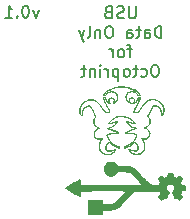
<source format=gbr>
%TF.GenerationSoftware,KiCad,Pcbnew,(5.1.6)-1*%
%TF.CreationDate,2021-09-24T15:49:20-04:00*%
%TF.ProjectId,USB-Data-Only,5553422d-4461-4746-912d-4f6e6c792e6b,rev?*%
%TF.SameCoordinates,Original*%
%TF.FileFunction,Legend,Bot*%
%TF.FilePolarity,Positive*%
%FSLAX46Y46*%
G04 Gerber Fmt 4.6, Leading zero omitted, Abs format (unit mm)*
G04 Created by KiCad (PCBNEW (5.1.6)-1) date 2021-09-24 15:49:20*
%MOMM*%
%LPD*%
G01*
G04 APERTURE LIST*
%ADD10C,0.150000*%
%ADD11C,0.010000*%
G04 APERTURE END LIST*
D10*
X146462571Y-64555714D02*
X146224476Y-65222380D01*
X145986380Y-64555714D01*
X145414952Y-64222380D02*
X145319714Y-64222380D01*
X145224476Y-64270000D01*
X145176857Y-64317619D01*
X145129238Y-64412857D01*
X145081619Y-64603333D01*
X145081619Y-64841428D01*
X145129238Y-65031904D01*
X145176857Y-65127142D01*
X145224476Y-65174761D01*
X145319714Y-65222380D01*
X145414952Y-65222380D01*
X145510190Y-65174761D01*
X145557809Y-65127142D01*
X145605428Y-65031904D01*
X145653047Y-64841428D01*
X145653047Y-64603333D01*
X145605428Y-64412857D01*
X145557809Y-64317619D01*
X145510190Y-64270000D01*
X145414952Y-64222380D01*
X144653047Y-65127142D02*
X144605428Y-65174761D01*
X144653047Y-65222380D01*
X144700666Y-65174761D01*
X144653047Y-65127142D01*
X144653047Y-65222380D01*
X143653047Y-65222380D02*
X144224476Y-65222380D01*
X143938761Y-65222380D02*
X143938761Y-64222380D01*
X144034000Y-64365238D01*
X144129238Y-64460476D01*
X144224476Y-64508095D01*
X154677904Y-64287380D02*
X154677904Y-65096904D01*
X154630285Y-65192142D01*
X154582666Y-65239761D01*
X154487428Y-65287380D01*
X154296952Y-65287380D01*
X154201714Y-65239761D01*
X154154095Y-65192142D01*
X154106476Y-65096904D01*
X154106476Y-64287380D01*
X153677904Y-65239761D02*
X153535047Y-65287380D01*
X153296952Y-65287380D01*
X153201714Y-65239761D01*
X153154095Y-65192142D01*
X153106476Y-65096904D01*
X153106476Y-65001666D01*
X153154095Y-64906428D01*
X153201714Y-64858809D01*
X153296952Y-64811190D01*
X153487428Y-64763571D01*
X153582666Y-64715952D01*
X153630285Y-64668333D01*
X153677904Y-64573095D01*
X153677904Y-64477857D01*
X153630285Y-64382619D01*
X153582666Y-64335000D01*
X153487428Y-64287380D01*
X153249333Y-64287380D01*
X153106476Y-64335000D01*
X152344571Y-64763571D02*
X152201714Y-64811190D01*
X152154095Y-64858809D01*
X152106476Y-64954047D01*
X152106476Y-65096904D01*
X152154095Y-65192142D01*
X152201714Y-65239761D01*
X152296952Y-65287380D01*
X152677904Y-65287380D01*
X152677904Y-64287380D01*
X152344571Y-64287380D01*
X152249333Y-64335000D01*
X152201714Y-64382619D01*
X152154095Y-64477857D01*
X152154095Y-64573095D01*
X152201714Y-64668333D01*
X152249333Y-64715952D01*
X152344571Y-64763571D01*
X152677904Y-64763571D01*
X156868380Y-66937380D02*
X156868380Y-65937380D01*
X156630285Y-65937380D01*
X156487428Y-65985000D01*
X156392190Y-66080238D01*
X156344571Y-66175476D01*
X156296952Y-66365952D01*
X156296952Y-66508809D01*
X156344571Y-66699285D01*
X156392190Y-66794523D01*
X156487428Y-66889761D01*
X156630285Y-66937380D01*
X156868380Y-66937380D01*
X155439809Y-66937380D02*
X155439809Y-66413571D01*
X155487428Y-66318333D01*
X155582666Y-66270714D01*
X155773142Y-66270714D01*
X155868380Y-66318333D01*
X155439809Y-66889761D02*
X155535047Y-66937380D01*
X155773142Y-66937380D01*
X155868380Y-66889761D01*
X155916000Y-66794523D01*
X155916000Y-66699285D01*
X155868380Y-66604047D01*
X155773142Y-66556428D01*
X155535047Y-66556428D01*
X155439809Y-66508809D01*
X155106476Y-66270714D02*
X154725523Y-66270714D01*
X154963619Y-65937380D02*
X154963619Y-66794523D01*
X154916000Y-66889761D01*
X154820761Y-66937380D01*
X154725523Y-66937380D01*
X153963619Y-66937380D02*
X153963619Y-66413571D01*
X154011238Y-66318333D01*
X154106476Y-66270714D01*
X154296952Y-66270714D01*
X154392190Y-66318333D01*
X153963619Y-66889761D02*
X154058857Y-66937380D01*
X154296952Y-66937380D01*
X154392190Y-66889761D01*
X154439809Y-66794523D01*
X154439809Y-66699285D01*
X154392190Y-66604047D01*
X154296952Y-66556428D01*
X154058857Y-66556428D01*
X153963619Y-66508809D01*
X152535047Y-65937380D02*
X152344571Y-65937380D01*
X152249333Y-65985000D01*
X152154095Y-66080238D01*
X152106476Y-66270714D01*
X152106476Y-66604047D01*
X152154095Y-66794523D01*
X152249333Y-66889761D01*
X152344571Y-66937380D01*
X152535047Y-66937380D01*
X152630285Y-66889761D01*
X152725523Y-66794523D01*
X152773142Y-66604047D01*
X152773142Y-66270714D01*
X152725523Y-66080238D01*
X152630285Y-65985000D01*
X152535047Y-65937380D01*
X151677904Y-66270714D02*
X151677904Y-66937380D01*
X151677904Y-66365952D02*
X151630285Y-66318333D01*
X151535047Y-66270714D01*
X151392190Y-66270714D01*
X151296952Y-66318333D01*
X151249333Y-66413571D01*
X151249333Y-66937380D01*
X150630285Y-66937380D02*
X150725523Y-66889761D01*
X150773142Y-66794523D01*
X150773142Y-65937380D01*
X150344571Y-66270714D02*
X150106476Y-66937380D01*
X149868380Y-66270714D02*
X150106476Y-66937380D01*
X150201714Y-67175476D01*
X150249333Y-67223095D01*
X150344571Y-67270714D01*
X154368380Y-67920714D02*
X153987428Y-67920714D01*
X154225523Y-68587380D02*
X154225523Y-67730238D01*
X154177904Y-67635000D01*
X154082666Y-67587380D01*
X153987428Y-67587380D01*
X153511238Y-68587380D02*
X153606476Y-68539761D01*
X153654095Y-68492142D01*
X153701714Y-68396904D01*
X153701714Y-68111190D01*
X153654095Y-68015952D01*
X153606476Y-67968333D01*
X153511238Y-67920714D01*
X153368380Y-67920714D01*
X153273142Y-67968333D01*
X153225523Y-68015952D01*
X153177904Y-68111190D01*
X153177904Y-68396904D01*
X153225523Y-68492142D01*
X153273142Y-68539761D01*
X153368380Y-68587380D01*
X153511238Y-68587380D01*
X152749333Y-68587380D02*
X152749333Y-67920714D01*
X152749333Y-68111190D02*
X152701714Y-68015952D01*
X152654095Y-67968333D01*
X152558857Y-67920714D01*
X152463619Y-67920714D01*
X156416000Y-69237380D02*
X156225523Y-69237380D01*
X156130285Y-69285000D01*
X156035047Y-69380238D01*
X155987428Y-69570714D01*
X155987428Y-69904047D01*
X156035047Y-70094523D01*
X156130285Y-70189761D01*
X156225523Y-70237380D01*
X156416000Y-70237380D01*
X156511238Y-70189761D01*
X156606476Y-70094523D01*
X156654095Y-69904047D01*
X156654095Y-69570714D01*
X156606476Y-69380238D01*
X156511238Y-69285000D01*
X156416000Y-69237380D01*
X155130285Y-70189761D02*
X155225523Y-70237380D01*
X155416000Y-70237380D01*
X155511238Y-70189761D01*
X155558857Y-70142142D01*
X155606476Y-70046904D01*
X155606476Y-69761190D01*
X155558857Y-69665952D01*
X155511238Y-69618333D01*
X155416000Y-69570714D01*
X155225523Y-69570714D01*
X155130285Y-69618333D01*
X154844571Y-69570714D02*
X154463619Y-69570714D01*
X154701714Y-69237380D02*
X154701714Y-70094523D01*
X154654095Y-70189761D01*
X154558857Y-70237380D01*
X154463619Y-70237380D01*
X153987428Y-70237380D02*
X154082666Y-70189761D01*
X154130285Y-70142142D01*
X154177904Y-70046904D01*
X154177904Y-69761190D01*
X154130285Y-69665952D01*
X154082666Y-69618333D01*
X153987428Y-69570714D01*
X153844571Y-69570714D01*
X153749333Y-69618333D01*
X153701714Y-69665952D01*
X153654095Y-69761190D01*
X153654095Y-70046904D01*
X153701714Y-70142142D01*
X153749333Y-70189761D01*
X153844571Y-70237380D01*
X153987428Y-70237380D01*
X153225523Y-69570714D02*
X153225523Y-70570714D01*
X153225523Y-69618333D02*
X153130285Y-69570714D01*
X152939809Y-69570714D01*
X152844571Y-69618333D01*
X152796952Y-69665952D01*
X152749333Y-69761190D01*
X152749333Y-70046904D01*
X152796952Y-70142142D01*
X152844571Y-70189761D01*
X152939809Y-70237380D01*
X153130285Y-70237380D01*
X153225523Y-70189761D01*
X152320761Y-70237380D02*
X152320761Y-69570714D01*
X152320761Y-69761190D02*
X152273142Y-69665952D01*
X152225523Y-69618333D01*
X152130285Y-69570714D01*
X152035047Y-69570714D01*
X151701714Y-70237380D02*
X151701714Y-69570714D01*
X151701714Y-69237380D02*
X151749333Y-69285000D01*
X151701714Y-69332619D01*
X151654095Y-69285000D01*
X151701714Y-69237380D01*
X151701714Y-69332619D01*
X151225523Y-69570714D02*
X151225523Y-70237380D01*
X151225523Y-69665952D02*
X151177904Y-69618333D01*
X151082666Y-69570714D01*
X150939809Y-69570714D01*
X150844571Y-69618333D01*
X150796952Y-69713571D01*
X150796952Y-70237380D01*
X150463619Y-69570714D02*
X150082666Y-69570714D01*
X150320761Y-69237380D02*
X150320761Y-70094523D01*
X150273142Y-70189761D01*
X150177904Y-70237380D01*
X150082666Y-70237380D01*
D11*
%TO.C,G\u002A\u002A\u002A*%
G36*
X153361040Y-71053704D02*
G01*
X153272858Y-71055481D01*
X153202902Y-71059397D01*
X153143356Y-71066174D01*
X153086405Y-71076532D01*
X153024231Y-71091195D01*
X153001133Y-71097128D01*
X152907475Y-71125185D01*
X152801502Y-71162633D01*
X152700855Y-71203064D01*
X152664159Y-71219514D01*
X152587338Y-71254112D01*
X152514117Y-71284814D01*
X152454532Y-71307525D01*
X152427092Y-71316268D01*
X152377894Y-71333666D01*
X152312747Y-71362417D01*
X152244860Y-71396646D01*
X152237731Y-71400527D01*
X152144877Y-71462563D01*
X152062287Y-71538614D01*
X151995114Y-71622164D01*
X151948511Y-71706700D01*
X151927631Y-71785708D01*
X151927155Y-71793100D01*
X151931840Y-71810518D01*
X151952882Y-71819524D01*
X151997835Y-71822597D01*
X152017383Y-71822733D01*
X152108900Y-71822733D01*
X152160286Y-71731682D01*
X152235570Y-71627582D01*
X152328029Y-71552276D01*
X152438411Y-71505386D01*
X152567466Y-71486535D01*
X152644189Y-71487815D01*
X152768067Y-71508076D01*
X152871345Y-71552831D01*
X152957673Y-71624571D01*
X153030703Y-71725787D01*
X153052810Y-71766681D01*
X153079343Y-71825949D01*
X153091487Y-71877640D01*
X153092709Y-71939426D01*
X153091407Y-71963462D01*
X153068219Y-72089496D01*
X153017346Y-72203262D01*
X152941968Y-72298602D01*
X152899533Y-72334882D01*
X152846066Y-72372662D01*
X152809650Y-72393801D01*
X152793288Y-72397042D01*
X152799986Y-72381131D01*
X152805429Y-72374236D01*
X152818412Y-72344220D01*
X152829561Y-72294033D01*
X152833951Y-72259936D01*
X152835988Y-72196191D01*
X152825749Y-72149310D01*
X152807603Y-72114679D01*
X152747603Y-72046116D01*
X152676011Y-72006194D01*
X152598519Y-71994431D01*
X152520823Y-72010347D01*
X152448618Y-72053461D01*
X152387597Y-72123290D01*
X152371178Y-72151554D01*
X152356737Y-72203107D01*
X152354752Y-72267436D01*
X152364291Y-72329606D01*
X152384421Y-72374680D01*
X152385162Y-72375592D01*
X152394771Y-72394596D01*
X152380757Y-72396194D01*
X152348251Y-72380874D01*
X152331801Y-72370508D01*
X152226201Y-72283332D01*
X152151339Y-72183717D01*
X152107897Y-72072643D01*
X152101544Y-72040187D01*
X152088653Y-71984141D01*
X152067082Y-71954239D01*
X152028884Y-71942768D01*
X151999907Y-71941526D01*
X151955408Y-71947421D01*
X151926713Y-71967078D01*
X151914186Y-72002685D01*
X151918194Y-72056430D01*
X151939105Y-72130501D01*
X151977286Y-72227088D01*
X152033102Y-72348379D01*
X152086029Y-72455431D01*
X152141192Y-72564076D01*
X152198836Y-72676515D01*
X152254419Y-72783966D01*
X152303400Y-72877645D01*
X152337463Y-72941763D01*
X152386763Y-73037844D01*
X152417598Y-73110063D01*
X152430796Y-73162393D01*
X152427184Y-73198804D01*
X152407591Y-73223270D01*
X152397462Y-73229558D01*
X152348386Y-73240852D01*
X152279185Y-73237149D01*
X152199541Y-73219529D01*
X152148376Y-73201775D01*
X152116258Y-73185284D01*
X152081481Y-73159140D01*
X152041398Y-73120315D01*
X151993362Y-73065785D01*
X151934724Y-72992524D01*
X151862837Y-72897506D01*
X151775053Y-72777705D01*
X151764227Y-72762766D01*
X151634941Y-72593132D01*
X151513650Y-72453675D01*
X151397575Y-72342466D01*
X151283940Y-72257574D01*
X151169965Y-72197069D01*
X151052873Y-72159021D01*
X150929885Y-72141501D01*
X150867533Y-72139818D01*
X150796151Y-72141485D01*
X150738401Y-72147003D01*
X150683191Y-72158755D01*
X150619431Y-72179123D01*
X150536032Y-72210488D01*
X150532971Y-72211678D01*
X150444141Y-72249362D01*
X150361442Y-72290072D01*
X150295214Y-72328514D01*
X150270471Y-72346045D01*
X150133964Y-72472607D01*
X150027519Y-72612044D01*
X149951908Y-72762717D01*
X149907905Y-72922988D01*
X149896283Y-73091219D01*
X149898512Y-73134119D01*
X149919629Y-73265440D01*
X149962442Y-73374147D01*
X150028488Y-73464716D01*
X150062644Y-73499002D01*
X150083008Y-73510778D01*
X150097831Y-73503245D01*
X150104912Y-73494380D01*
X150115883Y-73464457D01*
X150126079Y-73410909D01*
X150133677Y-73343965D01*
X150135003Y-73325597D01*
X150156696Y-73178526D01*
X150200568Y-73045464D01*
X150263880Y-72929547D01*
X150343891Y-72833907D01*
X150437861Y-72761680D01*
X150543051Y-72716001D01*
X150656721Y-72700002D01*
X150681267Y-72700699D01*
X150731159Y-72707456D01*
X150775125Y-72723763D01*
X150815764Y-72752959D01*
X150855674Y-72798386D01*
X150897453Y-72863382D01*
X150943698Y-72951286D01*
X150997007Y-73065440D01*
X151038925Y-73160467D01*
X151080673Y-73254109D01*
X151121990Y-73342470D01*
X151159375Y-73418362D01*
X151189327Y-73474601D01*
X151202499Y-73496255D01*
X151252024Y-73569576D01*
X151198543Y-73636126D01*
X151150098Y-73703945D01*
X151118152Y-73770464D01*
X151099629Y-73845744D01*
X151091455Y-73939848D01*
X151090341Y-73990200D01*
X151092472Y-74091405D01*
X151101409Y-74164640D01*
X151115455Y-74210334D01*
X151162091Y-74287300D01*
X151230261Y-74366529D01*
X151309930Y-74438028D01*
X151391061Y-74491805D01*
X151405384Y-74498993D01*
X151503726Y-74545501D01*
X151439630Y-74583747D01*
X151327677Y-74667598D01*
X151226615Y-74776822D01*
X151183769Y-74836867D01*
X151150674Y-74891314D01*
X151132349Y-74935880D01*
X151124481Y-74985524D01*
X151122773Y-75048534D01*
X151138141Y-75175065D01*
X151185037Y-75289231D01*
X151263463Y-75391035D01*
X151266554Y-75394149D01*
X151324038Y-75443308D01*
X151384352Y-75474566D01*
X151456196Y-75490507D01*
X151548274Y-75493713D01*
X151595667Y-75491852D01*
X151669349Y-75486754D01*
X151734422Y-75480256D01*
X151780273Y-75473489D01*
X151790400Y-75471096D01*
X151832733Y-75458569D01*
X151787303Y-75507551D01*
X151754280Y-75548474D01*
X151714292Y-75605408D01*
X151682148Y-75656011D01*
X151606854Y-75808224D01*
X151561518Y-75961900D01*
X151546189Y-76113597D01*
X151560911Y-76259874D01*
X151605731Y-76397289D01*
X151670657Y-76508910D01*
X151765255Y-76611755D01*
X151883128Y-76695154D01*
X152018284Y-76756700D01*
X152164728Y-76793985D01*
X152316469Y-76804601D01*
X152393014Y-76799088D01*
X152520179Y-76769203D01*
X152639630Y-76710484D01*
X152755046Y-76620890D01*
X152807219Y-76569354D01*
X152881113Y-76487533D01*
X152930959Y-76423198D01*
X152955954Y-76377537D01*
X152955290Y-76351743D01*
X152954780Y-76351202D01*
X152935962Y-76352619D01*
X152892001Y-76363635D01*
X152829621Y-76382380D01*
X152761529Y-76404919D01*
X152641801Y-76440737D01*
X152526890Y-76465091D01*
X152423001Y-76477307D01*
X152336342Y-76476711D01*
X152273118Y-76462631D01*
X152265041Y-76458791D01*
X152206984Y-76410045D01*
X152164354Y-76338320D01*
X152139979Y-76252071D01*
X152136681Y-76159754D01*
X152146362Y-76103552D01*
X152185052Y-76005066D01*
X152247778Y-75921347D01*
X152338091Y-75846737D01*
X152433387Y-75781340D01*
X152563649Y-75902990D01*
X152646914Y-75975450D01*
X152728280Y-76033028D01*
X152822307Y-76085565D01*
X152864491Y-76106304D01*
X152942565Y-76142149D01*
X153017967Y-76174110D01*
X153080493Y-76197996D01*
X153111236Y-76207692D01*
X153164373Y-76221662D01*
X153207575Y-76233375D01*
X153218144Y-76236369D01*
X153237925Y-76237561D01*
X153245021Y-76220073D01*
X153243544Y-76181981D01*
X153239812Y-76150829D01*
X153230562Y-76129535D01*
X153209150Y-76112972D01*
X153168931Y-76096015D01*
X153103261Y-76073538D01*
X153102733Y-76073362D01*
X152908117Y-75995363D01*
X152740076Y-75899232D01*
X152594935Y-75782072D01*
X152469020Y-75640983D01*
X152372701Y-75497267D01*
X152338861Y-75433865D01*
X152304459Y-75359188D01*
X152273035Y-75282231D01*
X152248128Y-75211990D01*
X152233278Y-75157459D01*
X152230666Y-75136288D01*
X152246057Y-75125206D01*
X152287571Y-75109039D01*
X152348220Y-75089817D01*
X152421017Y-75069571D01*
X152498975Y-75050332D01*
X152575105Y-75034129D01*
X152594733Y-75030487D01*
X152668197Y-75019787D01*
X152762286Y-75009541D01*
X152863769Y-75001048D01*
X152941866Y-74996368D01*
X153024973Y-74991940D01*
X153097043Y-74987111D01*
X153150611Y-74982449D01*
X153178211Y-74978521D01*
X153178823Y-74978339D01*
X153189221Y-74964724D01*
X153170861Y-74941512D01*
X153126950Y-74910293D01*
X153060695Y-74872659D01*
X152975301Y-74830203D01*
X152873977Y-74784515D01*
X152759928Y-74737188D01*
X152636362Y-74689813D01*
X152506485Y-74643982D01*
X152502491Y-74642636D01*
X152342516Y-74588810D01*
X152477091Y-74532975D01*
X152586080Y-74486343D01*
X152670037Y-74446463D01*
X152736003Y-74409208D01*
X152791015Y-74370451D01*
X152842115Y-74326062D01*
X152860913Y-74307905D01*
X152909678Y-74255619D01*
X152960121Y-74194681D01*
X153007149Y-74132132D01*
X153045673Y-74075016D01*
X153070601Y-74030376D01*
X153077333Y-74008497D01*
X153063406Y-73992395D01*
X153021561Y-73995106D01*
X152951707Y-74016643D01*
X152915153Y-74030835D01*
X152851363Y-74053237D01*
X152772469Y-74075863D01*
X152686004Y-74097152D01*
X152599497Y-74115542D01*
X152520481Y-74129472D01*
X152456488Y-74137383D01*
X152415048Y-74137711D01*
X152407849Y-74135986D01*
X152396993Y-74128112D01*
X152398158Y-74114400D01*
X152414250Y-74091052D01*
X152448178Y-74054270D01*
X152502848Y-74000257D01*
X152536693Y-73967687D01*
X152607218Y-73902874D01*
X152679347Y-73841266D01*
X152744606Y-73789832D01*
X152794439Y-73755595D01*
X152980761Y-73662541D01*
X153171925Y-73602320D01*
X153369682Y-73574667D01*
X153575784Y-73579320D01*
X153763142Y-73609418D01*
X153931633Y-73662034D01*
X154100965Y-73744508D01*
X154265425Y-73853470D01*
X154419305Y-73985549D01*
X154446625Y-74012724D01*
X154491640Y-74059768D01*
X154515085Y-74088784D01*
X154519909Y-74105102D01*
X154509064Y-74114054D01*
X154503748Y-74115926D01*
X154457381Y-74120107D01*
X154386527Y-74113428D01*
X154298265Y-74097308D01*
X154199673Y-74073160D01*
X154097828Y-74042400D01*
X154046455Y-74024455D01*
X153975736Y-73999611D01*
X153917585Y-73981329D01*
X153878713Y-73971581D01*
X153865877Y-73971416D01*
X153870393Y-73992731D01*
X153892905Y-74033137D01*
X153928850Y-74086465D01*
X153973666Y-74146545D01*
X154022789Y-74207210D01*
X154071657Y-74262290D01*
X154107783Y-74298450D01*
X154206812Y-74376967D01*
X154326422Y-74451325D01*
X154453492Y-74514048D01*
X154549859Y-74550249D01*
X154594697Y-74565887D01*
X154617925Y-74577166D01*
X154615864Y-74581322D01*
X154585778Y-74588451D01*
X154530821Y-74606488D01*
X154457250Y-74633000D01*
X154371324Y-74665557D01*
X154279299Y-74701726D01*
X154187435Y-74739077D01*
X154101988Y-74775178D01*
X154029217Y-74807597D01*
X154008666Y-74817257D01*
X153921417Y-74861666D01*
X153853917Y-74901472D01*
X153809478Y-74934383D01*
X153791414Y-74958109D01*
X153793538Y-74966049D01*
X153814227Y-74971871D01*
X153859071Y-74977730D01*
X153918385Y-74982361D01*
X153918703Y-74982379D01*
X154050112Y-74990097D01*
X154154163Y-74997032D01*
X154237337Y-75003841D01*
X154306111Y-75011188D01*
X154366965Y-75019731D01*
X154426378Y-75030131D01*
X154468245Y-75038394D01*
X154575121Y-75061758D01*
X154650798Y-75082181D01*
X154697736Y-75100492D01*
X154718391Y-75117523D01*
X154719867Y-75123440D01*
X154715018Y-75146347D01*
X154702137Y-75192620D01*
X154683718Y-75253435D01*
X154677857Y-75272026D01*
X154611211Y-75433251D01*
X154515714Y-75592721D01*
X154423394Y-75711705D01*
X154335373Y-75797878D01*
X154223599Y-75883552D01*
X154097756Y-75962842D01*
X153967525Y-76029864D01*
X153842591Y-76078732D01*
X153799045Y-76091185D01*
X153751563Y-76105107D01*
X153728562Y-76120858D01*
X153721282Y-76146740D01*
X153720800Y-76165322D01*
X153723260Y-76205549D01*
X153729212Y-76228131D01*
X153729538Y-76228494D01*
X153750880Y-76229819D01*
X153795494Y-76221485D01*
X153854931Y-76205695D01*
X153920744Y-76184653D01*
X153974800Y-76164520D01*
X154062513Y-76123826D01*
X154158177Y-76070442D01*
X154254857Y-76009170D01*
X154345623Y-75944811D01*
X154423543Y-75882167D01*
X154481685Y-75826041D01*
X154503802Y-75798082D01*
X154528261Y-75761244D01*
X154611364Y-75814575D01*
X154709154Y-75886537D01*
X154776814Y-75960314D01*
X154817784Y-76042223D01*
X154835499Y-76138582D01*
X154835467Y-76226405D01*
X154823098Y-76319198D01*
X154795757Y-76385904D01*
X154749830Y-76432345D01*
X154689212Y-76461768D01*
X154614040Y-76474980D01*
X154515843Y-76469167D01*
X154393250Y-76444113D01*
X154244891Y-76399598D01*
X154198736Y-76383683D01*
X154127357Y-76359699D01*
X154068124Y-76342108D01*
X154027985Y-76332828D01*
X154014187Y-76332769D01*
X154016588Y-76353155D01*
X154039653Y-76393832D01*
X154080531Y-76450715D01*
X154136373Y-76519721D01*
X154178550Y-76568251D01*
X154285761Y-76664422D01*
X154408900Y-76733736D01*
X154543316Y-76776235D01*
X154684356Y-76791956D01*
X154827368Y-76780941D01*
X154967699Y-76743229D01*
X155100698Y-76678859D01*
X155221713Y-76587871D01*
X155251372Y-76559110D01*
X155318109Y-76484617D01*
X155365364Y-76414070D01*
X155396002Y-76339227D01*
X155412892Y-76251844D01*
X155418898Y-76143679D01*
X155418694Y-76077912D01*
X155413333Y-75961719D01*
X155399105Y-75867449D01*
X155372504Y-75783588D01*
X155330028Y-75698618D01*
X155278077Y-75615800D01*
X155242599Y-75561357D01*
X155212552Y-75513228D01*
X155196616Y-75485761D01*
X155185811Y-75461557D01*
X155194019Y-75455353D01*
X155227623Y-75463334D01*
X155232032Y-75464595D01*
X155292059Y-75475104D01*
X155369276Y-75479623D01*
X155451517Y-75478402D01*
X155526617Y-75471692D01*
X155582412Y-75459742D01*
X155588998Y-75457251D01*
X155656501Y-75413867D01*
X155721639Y-75345403D01*
X155779096Y-75260520D01*
X155823558Y-75167877D01*
X155849709Y-75076133D01*
X155854400Y-75024840D01*
X155842879Y-74952272D01*
X155811963Y-74867831D01*
X155767116Y-74782638D01*
X155713805Y-74707816D01*
X155682224Y-74674529D01*
X155624209Y-74627754D01*
X155558818Y-74584526D01*
X155527571Y-74567563D01*
X155446275Y-74528211D01*
X155527571Y-74490312D01*
X155649283Y-74416751D01*
X155746104Y-74323632D01*
X155816901Y-74215207D01*
X155860546Y-74095725D01*
X155875909Y-73969437D01*
X155861860Y-73840594D01*
X155817270Y-73713445D01*
X155759716Y-73617005D01*
X155704359Y-73540144D01*
X155751322Y-73464605D01*
X155773702Y-73424090D01*
X155806190Y-73359320D01*
X155845497Y-73277141D01*
X155888332Y-73184404D01*
X155921845Y-73109667D01*
X155980241Y-72979770D01*
X156028958Y-72878000D01*
X156070771Y-72800989D01*
X156108455Y-72745371D01*
X156144785Y-72707779D01*
X156182536Y-72684846D01*
X156224484Y-72673205D01*
X156273403Y-72669489D01*
X156284721Y-72669400D01*
X156353357Y-72680352D01*
X156435164Y-72709545D01*
X156519159Y-72751482D01*
X156594357Y-72800667D01*
X156649774Y-72851605D01*
X156650418Y-72852377D01*
X156708029Y-72930759D01*
X156749759Y-73011118D01*
X156778733Y-73102247D01*
X156798076Y-73212944D01*
X156806228Y-73290884D01*
X156813513Y-73369371D01*
X156820480Y-73434637D01*
X156826331Y-73479793D01*
X156830216Y-73497899D01*
X156845226Y-73491922D01*
X156875081Y-73468340D01*
X156889020Y-73455566D01*
X156969326Y-73356653D01*
X157023011Y-73240352D01*
X157049746Y-73110625D01*
X157049628Y-73080462D01*
X157021337Y-73080462D01*
X156999386Y-73214227D01*
X156948073Y-73335530D01*
X156917732Y-73382062D01*
X156863130Y-73456800D01*
X156850807Y-73389067D01*
X156842476Y-73326208D01*
X156837647Y-73257561D01*
X156837326Y-73245133D01*
X156819882Y-73117443D01*
X156774340Y-72995139D01*
X156705010Y-72883187D01*
X156616199Y-72786552D01*
X156512219Y-72710197D01*
X156397378Y-72659087D01*
X156312918Y-72641000D01*
X156243872Y-72639350D01*
X156183506Y-72653991D01*
X156128822Y-72687877D01*
X156076822Y-72743965D01*
X156024509Y-72825208D01*
X155968883Y-72934563D01*
X155931959Y-73016533D01*
X155888796Y-73113506D01*
X155839203Y-73221658D01*
X155790777Y-73324548D01*
X155766302Y-73375161D01*
X155681780Y-73547522D01*
X155732387Y-73621076D01*
X155787608Y-73710559D01*
X155821290Y-73792149D01*
X155837843Y-73879711D01*
X155841724Y-73964800D01*
X155840312Y-74039923D01*
X155833120Y-74095589D01*
X155817063Y-74146103D01*
X155790288Y-74203334D01*
X155733366Y-74295679D01*
X155662094Y-74370616D01*
X155568820Y-74435284D01*
X155505512Y-74468991D01*
X155452436Y-74496355D01*
X155413910Y-74518490D01*
X155397604Y-74530960D01*
X155397489Y-74531468D01*
X155411900Y-74542356D01*
X155449170Y-74561724D01*
X155494855Y-74582558D01*
X155561163Y-74616665D01*
X155626132Y-74658643D01*
X155658247Y-74684158D01*
X155711280Y-74745324D01*
X155759368Y-74824592D01*
X155796807Y-74910080D01*
X155817894Y-74989909D01*
X155820533Y-75022126D01*
X155808750Y-75111229D01*
X155776662Y-75203050D01*
X155729157Y-75289531D01*
X155671127Y-75362616D01*
X155607462Y-75414247D01*
X155572837Y-75430247D01*
X155528284Y-75438197D01*
X155461712Y-75442348D01*
X155383552Y-75442923D01*
X155304233Y-75440146D01*
X155234184Y-75434238D01*
X155183836Y-75425422D01*
X155172833Y-75421706D01*
X155150640Y-75416949D01*
X155145251Y-75430282D01*
X155157490Y-75464033D01*
X155188185Y-75520534D01*
X155234958Y-75597033D01*
X155292619Y-75691155D01*
X155333564Y-75766982D01*
X155360635Y-75833864D01*
X155376676Y-75901150D01*
X155384532Y-75978193D01*
X155387046Y-76074341D01*
X155387161Y-76097440D01*
X155384419Y-76214849D01*
X155373351Y-76307079D01*
X155350855Y-76382411D01*
X155313832Y-76449127D01*
X155259181Y-76515508D01*
X155213301Y-76561855D01*
X155092528Y-76655767D01*
X154956301Y-76720207D01*
X154807120Y-76754416D01*
X154647485Y-76757640D01*
X154588130Y-76751096D01*
X154454485Y-76720931D01*
X154340883Y-76669502D01*
X154239439Y-76592331D01*
X154161661Y-76508961D01*
X154117531Y-76454743D01*
X154083008Y-76410487D01*
X154062898Y-76382449D01*
X154059723Y-76376233D01*
X154074381Y-76377405D01*
X154114200Y-76388444D01*
X154172609Y-76407382D01*
X154224566Y-76425553D01*
X154308007Y-76454090D01*
X154374477Y-76471911D01*
X154438162Y-76481574D01*
X154513248Y-76485635D01*
X154562038Y-76486387D01*
X154640371Y-76486644D01*
X154692899Y-76484646D01*
X154727678Y-76478657D01*
X154752766Y-76466940D01*
X154776220Y-76447762D01*
X154786512Y-76438029D01*
X154837476Y-76368877D01*
X154865440Y-76279340D01*
X154872078Y-76191533D01*
X154859881Y-76080932D01*
X154821709Y-75983710D01*
X154755192Y-75896085D01*
X154657960Y-75814275D01*
X154619353Y-75788309D01*
X154527306Y-75729267D01*
X154475420Y-75788196D01*
X154376565Y-75884080D01*
X154254514Y-75977051D01*
X154119363Y-76060922D01*
X153981207Y-76129505D01*
X153850143Y-76176615D01*
X153835100Y-76180600D01*
X153780988Y-76193629D01*
X153751871Y-76197255D01*
X153740027Y-76190832D01*
X153737735Y-76173714D01*
X153737733Y-76172461D01*
X153747174Y-76142474D01*
X153758900Y-76133560D01*
X153973898Y-76055990D01*
X154166845Y-75954082D01*
X154336589Y-75828627D01*
X154481980Y-75680421D01*
X154553423Y-75586199D01*
X154603341Y-75506261D01*
X154649033Y-75419532D01*
X154688218Y-75332089D01*
X154718617Y-75250007D01*
X154737947Y-75179361D01*
X154743928Y-75126227D01*
X154736385Y-75098833D01*
X154698627Y-75072574D01*
X154632061Y-75046709D01*
X154541740Y-75022279D01*
X154432717Y-75000323D01*
X154310045Y-74981881D01*
X154178776Y-74967992D01*
X154064254Y-74960545D01*
X153982645Y-74955760D01*
X153915762Y-74949773D01*
X153869502Y-74943270D01*
X153849757Y-74936941D01*
X153849634Y-74935499D01*
X153873722Y-74915798D01*
X153924355Y-74887290D01*
X153996062Y-74852217D01*
X154083374Y-74812818D01*
X154180821Y-74771336D01*
X154282934Y-74730011D01*
X154384243Y-74691084D01*
X154479278Y-74656797D01*
X154562570Y-74629389D01*
X154628649Y-74611103D01*
X154653741Y-74606046D01*
X154695475Y-74596269D01*
X154718370Y-74584872D01*
X154719867Y-74581727D01*
X154704781Y-74571115D01*
X154664344Y-74554136D01*
X154605790Y-74533661D01*
X154571700Y-74522924D01*
X154401680Y-74459707D01*
X154255782Y-74379472D01*
X154126783Y-74278032D01*
X154092590Y-74245141D01*
X154035307Y-74184628D01*
X153986536Y-74127288D01*
X153949176Y-74077376D01*
X153926126Y-74039147D01*
X153920284Y-74016858D01*
X153934549Y-74014762D01*
X153936056Y-74015351D01*
X154085324Y-74071205D01*
X154216880Y-74108981D01*
X154340018Y-74131039D01*
X154419300Y-74138030D01*
X154492282Y-74140581D01*
X154547796Y-74139624D01*
X154579461Y-74135400D01*
X154584400Y-74131767D01*
X154572438Y-74112371D01*
X154540079Y-74075948D01*
X154492616Y-74027541D01*
X154435341Y-73972190D01*
X154373545Y-73914938D01*
X154312521Y-73860828D01*
X154257560Y-73814902D01*
X154227733Y-73791929D01*
X154057082Y-73684842D01*
X153879057Y-73609194D01*
X153689689Y-73563724D01*
X153485009Y-73547168D01*
X153458333Y-73547068D01*
X153275097Y-73557082D01*
X153109389Y-73587107D01*
X152955754Y-73639547D01*
X152808737Y-73716803D01*
X152662884Y-73821280D01*
X152512738Y-73955381D01*
X152497366Y-73970425D01*
X152440522Y-74027501D01*
X152393768Y-74076420D01*
X152361780Y-74112147D01*
X152349233Y-74129647D01*
X152349200Y-74129966D01*
X152364427Y-74152147D01*
X152407297Y-74163295D01*
X152473598Y-74163865D01*
X152559114Y-74154313D01*
X152659632Y-74135096D01*
X152770938Y-74106669D01*
X152879899Y-74072550D01*
X152945535Y-74051026D01*
X152998014Y-74035444D01*
X153029949Y-74027916D01*
X153036055Y-74027945D01*
X153031689Y-74045490D01*
X153010342Y-74082063D01*
X152976934Y-74130859D01*
X152936385Y-74185071D01*
X152893615Y-74237894D01*
X152853542Y-74282523D01*
X152847829Y-74288329D01*
X152802498Y-74328941D01*
X152747979Y-74367777D01*
X152679040Y-74407776D01*
X152590447Y-74451880D01*
X152476971Y-74503028D01*
X152428670Y-74523882D01*
X152366442Y-74552318D01*
X152319905Y-74577083D01*
X152295080Y-74594765D01*
X152293203Y-74600644D01*
X152315058Y-74611306D01*
X152360551Y-74627826D01*
X152420691Y-74646991D01*
X152433866Y-74650913D01*
X152516555Y-74677383D01*
X152614388Y-74712079D01*
X152719567Y-74751882D01*
X152824296Y-74793676D01*
X152920775Y-74834343D01*
X153001205Y-74870767D01*
X153057790Y-74899829D01*
X153060400Y-74901355D01*
X153136600Y-74946408D01*
X152992666Y-74958622D01*
X152787090Y-74978422D01*
X152614134Y-75000256D01*
X152472599Y-75024357D01*
X152361286Y-75050961D01*
X152278997Y-75080303D01*
X152230000Y-75108303D01*
X152192127Y-75136871D01*
X152236611Y-75269177D01*
X152317742Y-75458634D01*
X152426914Y-75630680D01*
X152561984Y-75783263D01*
X152720808Y-75914328D01*
X152901243Y-76021823D01*
X153101145Y-76103695D01*
X153111200Y-76106947D01*
X153170093Y-76129580D01*
X153201126Y-76152218D01*
X153209578Y-76171326D01*
X153210694Y-76190897D01*
X153201030Y-76198213D01*
X153172924Y-76194399D01*
X153128654Y-76183204D01*
X153058402Y-76160341D01*
X152972125Y-76125989D01*
X152880730Y-76085130D01*
X152795120Y-76042743D01*
X152726200Y-76003807D01*
X152704800Y-75989643D01*
X152663910Y-75957634D01*
X152609251Y-75911024D01*
X152551329Y-75858827D01*
X152539958Y-75848211D01*
X152480389Y-75796036D01*
X152437267Y-75766560D01*
X152413113Y-75761499D01*
X152412958Y-75761588D01*
X152354894Y-75801197D01*
X152290572Y-75853223D01*
X152230059Y-75908743D01*
X152183423Y-75958835D01*
X152169677Y-75977182D01*
X152131744Y-76057397D01*
X152111768Y-76149963D01*
X152110061Y-76244488D01*
X152126938Y-76330581D01*
X152157208Y-76390844D01*
X152194802Y-76431849D01*
X152242232Y-76471970D01*
X152249157Y-76476902D01*
X152283083Y-76497534D01*
X152316579Y-76508473D01*
X152360665Y-76511588D01*
X152426358Y-76508751D01*
X152433866Y-76508257D01*
X152532417Y-76494995D01*
X152648861Y-76468393D01*
X152742473Y-76440699D01*
X152820611Y-76415581D01*
X152871491Y-76400528D01*
X152899971Y-76394854D01*
X152910907Y-76397874D01*
X152909157Y-76408904D01*
X152904721Y-76417811D01*
X152874172Y-76461285D01*
X152825134Y-76517017D01*
X152766029Y-76576704D01*
X152705279Y-76632041D01*
X152651307Y-76674728D01*
X152630469Y-76688178D01*
X152564870Y-76719744D01*
X152483229Y-76747031D01*
X152376730Y-76772976D01*
X152374600Y-76773434D01*
X152311138Y-76778450D01*
X152227691Y-76773179D01*
X152136055Y-76759037D01*
X152048027Y-76737441D01*
X152031588Y-76732251D01*
X151901292Y-76678514D01*
X151797425Y-76609888D01*
X151713944Y-76521102D01*
X151644805Y-76406886D01*
X151634814Y-76386207D01*
X151607173Y-76323728D01*
X151590521Y-76272436D01*
X151582143Y-76219118D01*
X151579324Y-76150558D01*
X151579144Y-76115333D01*
X151581790Y-76023531D01*
X151591297Y-75950632D01*
X151609965Y-75881979D01*
X151620347Y-75852867D01*
X151694640Y-75689207D01*
X151785839Y-75546924D01*
X151818098Y-75506925D01*
X151847433Y-75468213D01*
X151861080Y-75440833D01*
X151858937Y-75432624D01*
X151833266Y-75432572D01*
X151787197Y-75438942D01*
X151755714Y-75445061D01*
X151673964Y-75457309D01*
X151583680Y-75462481D01*
X151495859Y-75460709D01*
X151421499Y-75452128D01*
X151379223Y-75440502D01*
X151301041Y-75390524D01*
X151235026Y-75315453D01*
X151185332Y-75223102D01*
X151156110Y-75121285D01*
X151151516Y-75017813D01*
X151151977Y-75013023D01*
X151178493Y-74910052D01*
X151234222Y-74807913D01*
X151314858Y-74712291D01*
X151416098Y-74628869D01*
X151467129Y-74596883D01*
X151507905Y-74571181D01*
X151532745Y-74550878D01*
X151536269Y-74544980D01*
X151522306Y-74531965D01*
X151485232Y-74508861D01*
X151432478Y-74480219D01*
X151421129Y-74474443D01*
X151312846Y-74406645D01*
X151222566Y-74323574D01*
X151158101Y-74232462D01*
X151156677Y-74229737D01*
X151131207Y-74154046D01*
X151118725Y-74055433D01*
X151119956Y-73942543D01*
X151127057Y-73875205D01*
X151140489Y-73800230D01*
X151159688Y-73744042D01*
X151190574Y-73691563D01*
X151209142Y-73666090D01*
X151242149Y-73619249D01*
X151263867Y-73582182D01*
X151269462Y-73564472D01*
X151258271Y-73541242D01*
X151235520Y-73501991D01*
X151225454Y-73485721D01*
X151203383Y-73445967D01*
X151172102Y-73383471D01*
X151135692Y-73306639D01*
X151098232Y-73223882D01*
X151096402Y-73219733D01*
X151029479Y-73070888D01*
X150972184Y-72950931D01*
X150922627Y-72856904D01*
X150878917Y-72785848D01*
X150839162Y-72734805D01*
X150801471Y-72700815D01*
X150763953Y-72680921D01*
X150749115Y-72676383D01*
X150706188Y-72671597D01*
X150646539Y-72671927D01*
X150610350Y-72674603D01*
X150497256Y-72702652D01*
X150392748Y-72760139D01*
X150299666Y-72843127D01*
X150220846Y-72947677D01*
X150159125Y-73069854D01*
X150117343Y-73205720D01*
X150098334Y-73351337D01*
X150097480Y-73386245D01*
X150094298Y-73445518D01*
X150084231Y-73473897D01*
X150065562Y-73471342D01*
X150036573Y-73437812D01*
X150001965Y-73383983D01*
X149966567Y-73316994D01*
X149944097Y-73250286D01*
X149932111Y-73173108D01*
X149928170Y-73074710D01*
X149928121Y-73058867D01*
X149944472Y-72892765D01*
X149993044Y-72736251D01*
X150073181Y-72590781D01*
X150184226Y-72457815D01*
X150209578Y-72433325D01*
X150267500Y-72381016D01*
X150316781Y-72342610D01*
X150367462Y-72312127D01*
X150429586Y-72283587D01*
X150513195Y-72251011D01*
X150520019Y-72248460D01*
X150675233Y-72197758D01*
X150811598Y-72170083D01*
X150935117Y-72165453D01*
X151051791Y-72183888D01*
X151167623Y-72225405D01*
X151219200Y-72250640D01*
X151298100Y-72298645D01*
X151378727Y-72361717D01*
X151464063Y-72442887D01*
X151557086Y-72545186D01*
X151660777Y-72671646D01*
X151759075Y-72799792D01*
X151849628Y-72919871D01*
X151923291Y-73015410D01*
X151982865Y-73089423D01*
X152031151Y-73144923D01*
X152070953Y-73184923D01*
X152105072Y-73212435D01*
X152136310Y-73230473D01*
X152167470Y-73242050D01*
X152171400Y-73243166D01*
X152254066Y-73259161D01*
X152332208Y-73262169D01*
X152396979Y-73252663D01*
X152439530Y-73231118D01*
X152441917Y-73228660D01*
X152458325Y-73203055D01*
X152463467Y-73171131D01*
X152456027Y-73128613D01*
X152434689Y-73071225D01*
X152398135Y-72994691D01*
X152345050Y-72894738D01*
X152331480Y-72870010D01*
X152282347Y-72779173D01*
X152233282Y-72685560D01*
X152189587Y-72599466D01*
X152156566Y-72531189D01*
X152153280Y-72524039D01*
X152114806Y-72443729D01*
X152070529Y-72357372D01*
X152029867Y-72283322D01*
X152028914Y-72281678D01*
X151977610Y-72175295D01*
X151952676Y-72076250D01*
X151952203Y-72072500D01*
X151940363Y-71975133D01*
X152000848Y-71975133D01*
X152045612Y-71980923D01*
X152061333Y-71997434D01*
X152061333Y-71997460D01*
X152065917Y-72025344D01*
X152077695Y-72073110D01*
X152088128Y-72110015D01*
X152128814Y-72197749D01*
X152195176Y-72284630D01*
X152279804Y-72362567D01*
X152374822Y-72423229D01*
X152429369Y-72447382D01*
X152467363Y-72457766D01*
X152484826Y-72454614D01*
X152477782Y-72438161D01*
X152455650Y-72418475D01*
X152411690Y-72364031D01*
X152387365Y-72286110D01*
X152383066Y-72228744D01*
X152388344Y-72182166D01*
X152408392Y-72141253D01*
X152448178Y-72094380D01*
X152491137Y-72053339D01*
X152526999Y-72032816D01*
X152568936Y-72026197D01*
X152584486Y-72025934D01*
X152672583Y-72038740D01*
X152739627Y-72077741D01*
X152787050Y-72143809D01*
X152790415Y-72151133D01*
X152809869Y-72204423D01*
X152812594Y-72248360D01*
X152803942Y-72289631D01*
X152783434Y-72345733D01*
X152757264Y-72395795D01*
X152753678Y-72401081D01*
X152729501Y-72438109D01*
X152726397Y-72454608D01*
X152746910Y-72451650D01*
X152793584Y-72430307D01*
X152807008Y-72423559D01*
X152927325Y-72345926D01*
X153019939Y-72249490D01*
X153084044Y-72135382D01*
X153118833Y-72004737D01*
X153121791Y-71980793D01*
X153126061Y-71920015D01*
X153121882Y-71872714D01*
X153106425Y-71823842D01*
X153081973Y-71769126D01*
X153009857Y-71649197D01*
X152919715Y-71554145D01*
X152835080Y-71497586D01*
X152762617Y-71472747D01*
X152670359Y-71459308D01*
X152570137Y-71457260D01*
X152473778Y-71466598D01*
X152393113Y-71487314D01*
X152369603Y-71497866D01*
X152265583Y-71567080D01*
X152178930Y-71652918D01*
X152127374Y-71729302D01*
X152100692Y-71775008D01*
X152076981Y-71797677D01*
X152045468Y-71805224D01*
X152023262Y-71805800D01*
X151977146Y-71800736D01*
X151960017Y-71784647D01*
X151959733Y-71781197D01*
X151972535Y-71727682D01*
X152009917Y-71655598D01*
X152066531Y-71573000D01*
X152110735Y-71520650D01*
X152160098Y-71478683D01*
X152225370Y-71438763D01*
X152268527Y-71416367D01*
X152331434Y-71386040D01*
X152384204Y-71362723D01*
X152418621Y-71349961D01*
X152425675Y-71348600D01*
X152449671Y-71341829D01*
X152496369Y-71323630D01*
X152557911Y-71297176D01*
X152597280Y-71279315D01*
X152707117Y-71229406D01*
X152795506Y-71191815D01*
X152871174Y-71163484D01*
X152942848Y-71141354D01*
X153019255Y-71122367D01*
X153085394Y-71108251D01*
X153156437Y-71094881D01*
X153221235Y-71085874D01*
X153288391Y-71080741D01*
X153366504Y-71078993D01*
X153464178Y-71080139D01*
X153543000Y-71082229D01*
X153682474Y-71088045D01*
X153797111Y-71097548D01*
X153895898Y-71112710D01*
X153987820Y-71135501D01*
X154081864Y-71167894D01*
X154187017Y-71211860D01*
X154237266Y-71234530D01*
X154315446Y-71268954D01*
X154390867Y-71299787D01*
X154453131Y-71322893D01*
X154482373Y-71332009D01*
X154576714Y-71365186D01*
X154674767Y-71413466D01*
X154762396Y-71469290D01*
X154806133Y-71505158D01*
X154859242Y-71564755D01*
X154910161Y-71638328D01*
X154949921Y-71711987D01*
X154964783Y-71750767D01*
X154968892Y-71775182D01*
X154956338Y-71786088D01*
X154919282Y-71788828D01*
X154908891Y-71788867D01*
X154870568Y-71786804D01*
X154844294Y-71775943D01*
X154820936Y-71749274D01*
X154791361Y-71699789D01*
X154790247Y-71697816D01*
X154713996Y-71594091D01*
X154617817Y-71517724D01*
X154501832Y-71468779D01*
X154366160Y-71447318D01*
X154309406Y-71446383D01*
X154190189Y-71460148D01*
X154086417Y-71499199D01*
X153988899Y-71567277D01*
X153969094Y-71584930D01*
X153891454Y-71671646D01*
X153842480Y-71765455D01*
X153818707Y-71874382D01*
X153815136Y-71941267D01*
X153824855Y-72057808D01*
X153858748Y-72158851D01*
X153920310Y-72252500D01*
X153974800Y-72311275D01*
X154046923Y-72374177D01*
X154116561Y-72415298D01*
X154194117Y-72438611D01*
X154289996Y-72448089D01*
X154335177Y-72448895D01*
X154437855Y-72445127D01*
X154518294Y-72430907D01*
X154587397Y-72402744D01*
X154656067Y-72357148D01*
X154679182Y-72338755D01*
X154722453Y-72294242D01*
X154767359Y-72233593D01*
X154808169Y-72166478D01*
X154839152Y-72102566D01*
X154854578Y-72051527D01*
X154855333Y-72041547D01*
X154863173Y-71990785D01*
X154890620Y-71964961D01*
X154939283Y-71958200D01*
X155002675Y-71958200D01*
X154989771Y-72039834D01*
X154977856Y-72081369D01*
X154952204Y-72148183D01*
X154914976Y-72235653D01*
X154868335Y-72339157D01*
X154814446Y-72454071D01*
X154755470Y-72575772D01*
X154693571Y-72699639D01*
X154630912Y-72821048D01*
X154577189Y-72921582D01*
X154523985Y-73021725D01*
X154487404Y-73097087D01*
X154466053Y-73151563D01*
X154458536Y-73189049D01*
X154463460Y-73213440D01*
X154469815Y-73221622D01*
X154507550Y-73238972D01*
X154568208Y-73246970D01*
X154642317Y-73246142D01*
X154720405Y-73237012D01*
X154793001Y-73220104D01*
X154841284Y-73201061D01*
X154870035Y-73182214D01*
X154903316Y-73151502D01*
X154943848Y-73105619D01*
X154994356Y-73041262D01*
X155057560Y-72955125D01*
X155136185Y-72843904D01*
X155139796Y-72838733D01*
X155251931Y-72682714D01*
X155352338Y-72553625D01*
X155444371Y-72448075D01*
X155531381Y-72362669D01*
X155616722Y-72294017D01*
X155703745Y-72238723D01*
X155762479Y-72208491D01*
X155815273Y-72184371D01*
X155858347Y-72168535D01*
X155901318Y-72159312D01*
X155953806Y-72155029D01*
X156025428Y-72154013D01*
X156074533Y-72154229D01*
X156199779Y-72159108D01*
X156304040Y-72174153D01*
X156399515Y-72202767D01*
X156498403Y-72248352D01*
X156582370Y-72295857D01*
X156724217Y-72398466D01*
X156838419Y-72520570D01*
X156911286Y-72635015D01*
X156977261Y-72787793D01*
X157013953Y-72937296D01*
X157021337Y-73080462D01*
X157049628Y-73080462D01*
X157049200Y-72971433D01*
X157021044Y-72826737D01*
X156964946Y-72680499D01*
X156955255Y-72660934D01*
X156862691Y-72510437D01*
X156750218Y-72385955D01*
X156614062Y-72283751D01*
X156523266Y-72233463D01*
X156415481Y-72183412D01*
X156323284Y-72149993D01*
X156234628Y-72130265D01*
X156137462Y-72121288D01*
X156057600Y-72119826D01*
X155974100Y-72120807D01*
X155913830Y-72124738D01*
X155866169Y-72133533D01*
X155820496Y-72149106D01*
X155769733Y-72171708D01*
X155660175Y-72233427D01*
X155549518Y-72317091D01*
X155435701Y-72424802D01*
X155316663Y-72558661D01*
X155190344Y-72720768D01*
X155082521Y-72872409D01*
X155014409Y-72970878D01*
X154961072Y-73045228D01*
X154918360Y-73099429D01*
X154882128Y-73137452D01*
X154848226Y-73163263D01*
X154812507Y-73180834D01*
X154770822Y-73194134D01*
X154737416Y-73202649D01*
X154633307Y-73221000D01*
X154551866Y-73219949D01*
X154549941Y-73219633D01*
X154506263Y-73210355D01*
X154488434Y-73197592D01*
X154488660Y-73173951D01*
X154491054Y-73163751D01*
X154502732Y-73133955D01*
X154527657Y-73080791D01*
X154562724Y-73010549D01*
X154604828Y-72929519D01*
X154629387Y-72883509D01*
X154680283Y-72787137D01*
X154731726Y-72686386D01*
X154778559Y-72591574D01*
X154815623Y-72513014D01*
X154823921Y-72494490D01*
X154856357Y-72423376D01*
X154887472Y-72359628D01*
X154912559Y-72312704D01*
X154921661Y-72298090D01*
X154953636Y-72242190D01*
X154982728Y-72173477D01*
X155006405Y-72100790D01*
X155022136Y-72032966D01*
X155027390Y-71978845D01*
X155021431Y-71949723D01*
X154999898Y-71941116D01*
X154956335Y-71937695D01*
X154924688Y-71938668D01*
X154873465Y-71943869D01*
X154847703Y-71953253D01*
X154838995Y-71971110D01*
X154838400Y-71982708D01*
X154825408Y-72058838D01*
X154790260Y-72144259D01*
X154738701Y-72229061D01*
X154676472Y-72303336D01*
X154628761Y-72344393D01*
X154578456Y-72377394D01*
X154542187Y-72395325D01*
X154523989Y-72397167D01*
X154527900Y-72381905D01*
X154540166Y-72366700D01*
X154573598Y-72306172D01*
X154578351Y-72261790D01*
X154548668Y-72261790D01*
X154528680Y-72333225D01*
X154483316Y-72396125D01*
X154466644Y-72410628D01*
X154433237Y-72422827D01*
X154378836Y-72429737D01*
X154315931Y-72431152D01*
X154257010Y-72426862D01*
X154214564Y-72416658D01*
X154210929Y-72414898D01*
X154169562Y-72375292D01*
X154141096Y-72313472D01*
X154127798Y-72239382D01*
X154131936Y-72162961D01*
X154143711Y-72120177D01*
X154178479Y-72071513D01*
X154236229Y-72033405D01*
X154306387Y-72011812D01*
X154340816Y-72009063D01*
X154416488Y-72023541D01*
X154477190Y-72062694D01*
X154520841Y-72119882D01*
X154545361Y-72188461D01*
X154548668Y-72261790D01*
X154578351Y-72261790D01*
X154581430Y-72233052D01*
X154564862Y-72155455D01*
X154525095Y-72081492D01*
X154492397Y-72043963D01*
X154422023Y-71997106D01*
X154343086Y-71979319D01*
X154263071Y-71989844D01*
X154189457Y-72027927D01*
X154138739Y-72079705D01*
X154109501Y-72142841D01*
X154096807Y-72220726D01*
X154101860Y-72297992D01*
X154117875Y-72346008D01*
X154146188Y-72400758D01*
X154107060Y-72379931D01*
X154007156Y-72309495D01*
X153929874Y-72219830D01*
X153876373Y-72116421D01*
X153847811Y-72004748D01*
X153845346Y-71890293D01*
X153870135Y-71778541D01*
X153923338Y-71674971D01*
X153950673Y-71639568D01*
X154040134Y-71556753D01*
X154142529Y-71503940D01*
X154261431Y-71479533D01*
X154313466Y-71477367D01*
X154387743Y-71480118D01*
X154459361Y-71487612D01*
X154511721Y-71497962D01*
X154611255Y-71543528D01*
X154698354Y-71614696D01*
X154763517Y-71703416D01*
X154770667Y-71717438D01*
X154813000Y-71805303D01*
X154910367Y-71805552D01*
X154966581Y-71802795D01*
X155000714Y-71795048D01*
X155007733Y-71787818D01*
X155000919Y-71763919D01*
X154983210Y-71719970D01*
X154962831Y-71674921D01*
X154892077Y-71563131D01*
X154793386Y-71463477D01*
X154671645Y-71379754D01*
X154531742Y-71315759D01*
X154478031Y-71298328D01*
X154417065Y-71277888D01*
X154337707Y-71247528D01*
X154252080Y-71212017D01*
X154199575Y-71188784D01*
X154095245Y-71143560D01*
X154001966Y-71109411D01*
X153911891Y-71084869D01*
X153817171Y-71068465D01*
X153709958Y-71058733D01*
X153582402Y-71054205D01*
X153475266Y-71053344D01*
X153361040Y-71053704D01*
G37*
X153361040Y-71053704D02*
X153272858Y-71055481D01*
X153202902Y-71059397D01*
X153143356Y-71066174D01*
X153086405Y-71076532D01*
X153024231Y-71091195D01*
X153001133Y-71097128D01*
X152907475Y-71125185D01*
X152801502Y-71162633D01*
X152700855Y-71203064D01*
X152664159Y-71219514D01*
X152587338Y-71254112D01*
X152514117Y-71284814D01*
X152454532Y-71307525D01*
X152427092Y-71316268D01*
X152377894Y-71333666D01*
X152312747Y-71362417D01*
X152244860Y-71396646D01*
X152237731Y-71400527D01*
X152144877Y-71462563D01*
X152062287Y-71538614D01*
X151995114Y-71622164D01*
X151948511Y-71706700D01*
X151927631Y-71785708D01*
X151927155Y-71793100D01*
X151931840Y-71810518D01*
X151952882Y-71819524D01*
X151997835Y-71822597D01*
X152017383Y-71822733D01*
X152108900Y-71822733D01*
X152160286Y-71731682D01*
X152235570Y-71627582D01*
X152328029Y-71552276D01*
X152438411Y-71505386D01*
X152567466Y-71486535D01*
X152644189Y-71487815D01*
X152768067Y-71508076D01*
X152871345Y-71552831D01*
X152957673Y-71624571D01*
X153030703Y-71725787D01*
X153052810Y-71766681D01*
X153079343Y-71825949D01*
X153091487Y-71877640D01*
X153092709Y-71939426D01*
X153091407Y-71963462D01*
X153068219Y-72089496D01*
X153017346Y-72203262D01*
X152941968Y-72298602D01*
X152899533Y-72334882D01*
X152846066Y-72372662D01*
X152809650Y-72393801D01*
X152793288Y-72397042D01*
X152799986Y-72381131D01*
X152805429Y-72374236D01*
X152818412Y-72344220D01*
X152829561Y-72294033D01*
X152833951Y-72259936D01*
X152835988Y-72196191D01*
X152825749Y-72149310D01*
X152807603Y-72114679D01*
X152747603Y-72046116D01*
X152676011Y-72006194D01*
X152598519Y-71994431D01*
X152520823Y-72010347D01*
X152448618Y-72053461D01*
X152387597Y-72123290D01*
X152371178Y-72151554D01*
X152356737Y-72203107D01*
X152354752Y-72267436D01*
X152364291Y-72329606D01*
X152384421Y-72374680D01*
X152385162Y-72375592D01*
X152394771Y-72394596D01*
X152380757Y-72396194D01*
X152348251Y-72380874D01*
X152331801Y-72370508D01*
X152226201Y-72283332D01*
X152151339Y-72183717D01*
X152107897Y-72072643D01*
X152101544Y-72040187D01*
X152088653Y-71984141D01*
X152067082Y-71954239D01*
X152028884Y-71942768D01*
X151999907Y-71941526D01*
X151955408Y-71947421D01*
X151926713Y-71967078D01*
X151914186Y-72002685D01*
X151918194Y-72056430D01*
X151939105Y-72130501D01*
X151977286Y-72227088D01*
X152033102Y-72348379D01*
X152086029Y-72455431D01*
X152141192Y-72564076D01*
X152198836Y-72676515D01*
X152254419Y-72783966D01*
X152303400Y-72877645D01*
X152337463Y-72941763D01*
X152386763Y-73037844D01*
X152417598Y-73110063D01*
X152430796Y-73162393D01*
X152427184Y-73198804D01*
X152407591Y-73223270D01*
X152397462Y-73229558D01*
X152348386Y-73240852D01*
X152279185Y-73237149D01*
X152199541Y-73219529D01*
X152148376Y-73201775D01*
X152116258Y-73185284D01*
X152081481Y-73159140D01*
X152041398Y-73120315D01*
X151993362Y-73065785D01*
X151934724Y-72992524D01*
X151862837Y-72897506D01*
X151775053Y-72777705D01*
X151764227Y-72762766D01*
X151634941Y-72593132D01*
X151513650Y-72453675D01*
X151397575Y-72342466D01*
X151283940Y-72257574D01*
X151169965Y-72197069D01*
X151052873Y-72159021D01*
X150929885Y-72141501D01*
X150867533Y-72139818D01*
X150796151Y-72141485D01*
X150738401Y-72147003D01*
X150683191Y-72158755D01*
X150619431Y-72179123D01*
X150536032Y-72210488D01*
X150532971Y-72211678D01*
X150444141Y-72249362D01*
X150361442Y-72290072D01*
X150295214Y-72328514D01*
X150270471Y-72346045D01*
X150133964Y-72472607D01*
X150027519Y-72612044D01*
X149951908Y-72762717D01*
X149907905Y-72922988D01*
X149896283Y-73091219D01*
X149898512Y-73134119D01*
X149919629Y-73265440D01*
X149962442Y-73374147D01*
X150028488Y-73464716D01*
X150062644Y-73499002D01*
X150083008Y-73510778D01*
X150097831Y-73503245D01*
X150104912Y-73494380D01*
X150115883Y-73464457D01*
X150126079Y-73410909D01*
X150133677Y-73343965D01*
X150135003Y-73325597D01*
X150156696Y-73178526D01*
X150200568Y-73045464D01*
X150263880Y-72929547D01*
X150343891Y-72833907D01*
X150437861Y-72761680D01*
X150543051Y-72716001D01*
X150656721Y-72700002D01*
X150681267Y-72700699D01*
X150731159Y-72707456D01*
X150775125Y-72723763D01*
X150815764Y-72752959D01*
X150855674Y-72798386D01*
X150897453Y-72863382D01*
X150943698Y-72951286D01*
X150997007Y-73065440D01*
X151038925Y-73160467D01*
X151080673Y-73254109D01*
X151121990Y-73342470D01*
X151159375Y-73418362D01*
X151189327Y-73474601D01*
X151202499Y-73496255D01*
X151252024Y-73569576D01*
X151198543Y-73636126D01*
X151150098Y-73703945D01*
X151118152Y-73770464D01*
X151099629Y-73845744D01*
X151091455Y-73939848D01*
X151090341Y-73990200D01*
X151092472Y-74091405D01*
X151101409Y-74164640D01*
X151115455Y-74210334D01*
X151162091Y-74287300D01*
X151230261Y-74366529D01*
X151309930Y-74438028D01*
X151391061Y-74491805D01*
X151405384Y-74498993D01*
X151503726Y-74545501D01*
X151439630Y-74583747D01*
X151327677Y-74667598D01*
X151226615Y-74776822D01*
X151183769Y-74836867D01*
X151150674Y-74891314D01*
X151132349Y-74935880D01*
X151124481Y-74985524D01*
X151122773Y-75048534D01*
X151138141Y-75175065D01*
X151185037Y-75289231D01*
X151263463Y-75391035D01*
X151266554Y-75394149D01*
X151324038Y-75443308D01*
X151384352Y-75474566D01*
X151456196Y-75490507D01*
X151548274Y-75493713D01*
X151595667Y-75491852D01*
X151669349Y-75486754D01*
X151734422Y-75480256D01*
X151780273Y-75473489D01*
X151790400Y-75471096D01*
X151832733Y-75458569D01*
X151787303Y-75507551D01*
X151754280Y-75548474D01*
X151714292Y-75605408D01*
X151682148Y-75656011D01*
X151606854Y-75808224D01*
X151561518Y-75961900D01*
X151546189Y-76113597D01*
X151560911Y-76259874D01*
X151605731Y-76397289D01*
X151670657Y-76508910D01*
X151765255Y-76611755D01*
X151883128Y-76695154D01*
X152018284Y-76756700D01*
X152164728Y-76793985D01*
X152316469Y-76804601D01*
X152393014Y-76799088D01*
X152520179Y-76769203D01*
X152639630Y-76710484D01*
X152755046Y-76620890D01*
X152807219Y-76569354D01*
X152881113Y-76487533D01*
X152930959Y-76423198D01*
X152955954Y-76377537D01*
X152955290Y-76351743D01*
X152954780Y-76351202D01*
X152935962Y-76352619D01*
X152892001Y-76363635D01*
X152829621Y-76382380D01*
X152761529Y-76404919D01*
X152641801Y-76440737D01*
X152526890Y-76465091D01*
X152423001Y-76477307D01*
X152336342Y-76476711D01*
X152273118Y-76462631D01*
X152265041Y-76458791D01*
X152206984Y-76410045D01*
X152164354Y-76338320D01*
X152139979Y-76252071D01*
X152136681Y-76159754D01*
X152146362Y-76103552D01*
X152185052Y-76005066D01*
X152247778Y-75921347D01*
X152338091Y-75846737D01*
X152433387Y-75781340D01*
X152563649Y-75902990D01*
X152646914Y-75975450D01*
X152728280Y-76033028D01*
X152822307Y-76085565D01*
X152864491Y-76106304D01*
X152942565Y-76142149D01*
X153017967Y-76174110D01*
X153080493Y-76197996D01*
X153111236Y-76207692D01*
X153164373Y-76221662D01*
X153207575Y-76233375D01*
X153218144Y-76236369D01*
X153237925Y-76237561D01*
X153245021Y-76220073D01*
X153243544Y-76181981D01*
X153239812Y-76150829D01*
X153230562Y-76129535D01*
X153209150Y-76112972D01*
X153168931Y-76096015D01*
X153103261Y-76073538D01*
X153102733Y-76073362D01*
X152908117Y-75995363D01*
X152740076Y-75899232D01*
X152594935Y-75782072D01*
X152469020Y-75640983D01*
X152372701Y-75497267D01*
X152338861Y-75433865D01*
X152304459Y-75359188D01*
X152273035Y-75282231D01*
X152248128Y-75211990D01*
X152233278Y-75157459D01*
X152230666Y-75136288D01*
X152246057Y-75125206D01*
X152287571Y-75109039D01*
X152348220Y-75089817D01*
X152421017Y-75069571D01*
X152498975Y-75050332D01*
X152575105Y-75034129D01*
X152594733Y-75030487D01*
X152668197Y-75019787D01*
X152762286Y-75009541D01*
X152863769Y-75001048D01*
X152941866Y-74996368D01*
X153024973Y-74991940D01*
X153097043Y-74987111D01*
X153150611Y-74982449D01*
X153178211Y-74978521D01*
X153178823Y-74978339D01*
X153189221Y-74964724D01*
X153170861Y-74941512D01*
X153126950Y-74910293D01*
X153060695Y-74872659D01*
X152975301Y-74830203D01*
X152873977Y-74784515D01*
X152759928Y-74737188D01*
X152636362Y-74689813D01*
X152506485Y-74643982D01*
X152502491Y-74642636D01*
X152342516Y-74588810D01*
X152477091Y-74532975D01*
X152586080Y-74486343D01*
X152670037Y-74446463D01*
X152736003Y-74409208D01*
X152791015Y-74370451D01*
X152842115Y-74326062D01*
X152860913Y-74307905D01*
X152909678Y-74255619D01*
X152960121Y-74194681D01*
X153007149Y-74132132D01*
X153045673Y-74075016D01*
X153070601Y-74030376D01*
X153077333Y-74008497D01*
X153063406Y-73992395D01*
X153021561Y-73995106D01*
X152951707Y-74016643D01*
X152915153Y-74030835D01*
X152851363Y-74053237D01*
X152772469Y-74075863D01*
X152686004Y-74097152D01*
X152599497Y-74115542D01*
X152520481Y-74129472D01*
X152456488Y-74137383D01*
X152415048Y-74137711D01*
X152407849Y-74135986D01*
X152396993Y-74128112D01*
X152398158Y-74114400D01*
X152414250Y-74091052D01*
X152448178Y-74054270D01*
X152502848Y-74000257D01*
X152536693Y-73967687D01*
X152607218Y-73902874D01*
X152679347Y-73841266D01*
X152744606Y-73789832D01*
X152794439Y-73755595D01*
X152980761Y-73662541D01*
X153171925Y-73602320D01*
X153369682Y-73574667D01*
X153575784Y-73579320D01*
X153763142Y-73609418D01*
X153931633Y-73662034D01*
X154100965Y-73744508D01*
X154265425Y-73853470D01*
X154419305Y-73985549D01*
X154446625Y-74012724D01*
X154491640Y-74059768D01*
X154515085Y-74088784D01*
X154519909Y-74105102D01*
X154509064Y-74114054D01*
X154503748Y-74115926D01*
X154457381Y-74120107D01*
X154386527Y-74113428D01*
X154298265Y-74097308D01*
X154199673Y-74073160D01*
X154097828Y-74042400D01*
X154046455Y-74024455D01*
X153975736Y-73999611D01*
X153917585Y-73981329D01*
X153878713Y-73971581D01*
X153865877Y-73971416D01*
X153870393Y-73992731D01*
X153892905Y-74033137D01*
X153928850Y-74086465D01*
X153973666Y-74146545D01*
X154022789Y-74207210D01*
X154071657Y-74262290D01*
X154107783Y-74298450D01*
X154206812Y-74376967D01*
X154326422Y-74451325D01*
X154453492Y-74514048D01*
X154549859Y-74550249D01*
X154594697Y-74565887D01*
X154617925Y-74577166D01*
X154615864Y-74581322D01*
X154585778Y-74588451D01*
X154530821Y-74606488D01*
X154457250Y-74633000D01*
X154371324Y-74665557D01*
X154279299Y-74701726D01*
X154187435Y-74739077D01*
X154101988Y-74775178D01*
X154029217Y-74807597D01*
X154008666Y-74817257D01*
X153921417Y-74861666D01*
X153853917Y-74901472D01*
X153809478Y-74934383D01*
X153791414Y-74958109D01*
X153793538Y-74966049D01*
X153814227Y-74971871D01*
X153859071Y-74977730D01*
X153918385Y-74982361D01*
X153918703Y-74982379D01*
X154050112Y-74990097D01*
X154154163Y-74997032D01*
X154237337Y-75003841D01*
X154306111Y-75011188D01*
X154366965Y-75019731D01*
X154426378Y-75030131D01*
X154468245Y-75038394D01*
X154575121Y-75061758D01*
X154650798Y-75082181D01*
X154697736Y-75100492D01*
X154718391Y-75117523D01*
X154719867Y-75123440D01*
X154715018Y-75146347D01*
X154702137Y-75192620D01*
X154683718Y-75253435D01*
X154677857Y-75272026D01*
X154611211Y-75433251D01*
X154515714Y-75592721D01*
X154423394Y-75711705D01*
X154335373Y-75797878D01*
X154223599Y-75883552D01*
X154097756Y-75962842D01*
X153967525Y-76029864D01*
X153842591Y-76078732D01*
X153799045Y-76091185D01*
X153751563Y-76105107D01*
X153728562Y-76120858D01*
X153721282Y-76146740D01*
X153720800Y-76165322D01*
X153723260Y-76205549D01*
X153729212Y-76228131D01*
X153729538Y-76228494D01*
X153750880Y-76229819D01*
X153795494Y-76221485D01*
X153854931Y-76205695D01*
X153920744Y-76184653D01*
X153974800Y-76164520D01*
X154062513Y-76123826D01*
X154158177Y-76070442D01*
X154254857Y-76009170D01*
X154345623Y-75944811D01*
X154423543Y-75882167D01*
X154481685Y-75826041D01*
X154503802Y-75798082D01*
X154528261Y-75761244D01*
X154611364Y-75814575D01*
X154709154Y-75886537D01*
X154776814Y-75960314D01*
X154817784Y-76042223D01*
X154835499Y-76138582D01*
X154835467Y-76226405D01*
X154823098Y-76319198D01*
X154795757Y-76385904D01*
X154749830Y-76432345D01*
X154689212Y-76461768D01*
X154614040Y-76474980D01*
X154515843Y-76469167D01*
X154393250Y-76444113D01*
X154244891Y-76399598D01*
X154198736Y-76383683D01*
X154127357Y-76359699D01*
X154068124Y-76342108D01*
X154027985Y-76332828D01*
X154014187Y-76332769D01*
X154016588Y-76353155D01*
X154039653Y-76393832D01*
X154080531Y-76450715D01*
X154136373Y-76519721D01*
X154178550Y-76568251D01*
X154285761Y-76664422D01*
X154408900Y-76733736D01*
X154543316Y-76776235D01*
X154684356Y-76791956D01*
X154827368Y-76780941D01*
X154967699Y-76743229D01*
X155100698Y-76678859D01*
X155221713Y-76587871D01*
X155251372Y-76559110D01*
X155318109Y-76484617D01*
X155365364Y-76414070D01*
X155396002Y-76339227D01*
X155412892Y-76251844D01*
X155418898Y-76143679D01*
X155418694Y-76077912D01*
X155413333Y-75961719D01*
X155399105Y-75867449D01*
X155372504Y-75783588D01*
X155330028Y-75698618D01*
X155278077Y-75615800D01*
X155242599Y-75561357D01*
X155212552Y-75513228D01*
X155196616Y-75485761D01*
X155185811Y-75461557D01*
X155194019Y-75455353D01*
X155227623Y-75463334D01*
X155232032Y-75464595D01*
X155292059Y-75475104D01*
X155369276Y-75479623D01*
X155451517Y-75478402D01*
X155526617Y-75471692D01*
X155582412Y-75459742D01*
X155588998Y-75457251D01*
X155656501Y-75413867D01*
X155721639Y-75345403D01*
X155779096Y-75260520D01*
X155823558Y-75167877D01*
X155849709Y-75076133D01*
X155854400Y-75024840D01*
X155842879Y-74952272D01*
X155811963Y-74867831D01*
X155767116Y-74782638D01*
X155713805Y-74707816D01*
X155682224Y-74674529D01*
X155624209Y-74627754D01*
X155558818Y-74584526D01*
X155527571Y-74567563D01*
X155446275Y-74528211D01*
X155527571Y-74490312D01*
X155649283Y-74416751D01*
X155746104Y-74323632D01*
X155816901Y-74215207D01*
X155860546Y-74095725D01*
X155875909Y-73969437D01*
X155861860Y-73840594D01*
X155817270Y-73713445D01*
X155759716Y-73617005D01*
X155704359Y-73540144D01*
X155751322Y-73464605D01*
X155773702Y-73424090D01*
X155806190Y-73359320D01*
X155845497Y-73277141D01*
X155888332Y-73184404D01*
X155921845Y-73109667D01*
X155980241Y-72979770D01*
X156028958Y-72878000D01*
X156070771Y-72800989D01*
X156108455Y-72745371D01*
X156144785Y-72707779D01*
X156182536Y-72684846D01*
X156224484Y-72673205D01*
X156273403Y-72669489D01*
X156284721Y-72669400D01*
X156353357Y-72680352D01*
X156435164Y-72709545D01*
X156519159Y-72751482D01*
X156594357Y-72800667D01*
X156649774Y-72851605D01*
X156650418Y-72852377D01*
X156708029Y-72930759D01*
X156749759Y-73011118D01*
X156778733Y-73102247D01*
X156798076Y-73212944D01*
X156806228Y-73290884D01*
X156813513Y-73369371D01*
X156820480Y-73434637D01*
X156826331Y-73479793D01*
X156830216Y-73497899D01*
X156845226Y-73491922D01*
X156875081Y-73468340D01*
X156889020Y-73455566D01*
X156969326Y-73356653D01*
X157023011Y-73240352D01*
X157049746Y-73110625D01*
X157049628Y-73080462D01*
X157021337Y-73080462D01*
X156999386Y-73214227D01*
X156948073Y-73335530D01*
X156917732Y-73382062D01*
X156863130Y-73456800D01*
X156850807Y-73389067D01*
X156842476Y-73326208D01*
X156837647Y-73257561D01*
X156837326Y-73245133D01*
X156819882Y-73117443D01*
X156774340Y-72995139D01*
X156705010Y-72883187D01*
X156616199Y-72786552D01*
X156512219Y-72710197D01*
X156397378Y-72659087D01*
X156312918Y-72641000D01*
X156243872Y-72639350D01*
X156183506Y-72653991D01*
X156128822Y-72687877D01*
X156076822Y-72743965D01*
X156024509Y-72825208D01*
X155968883Y-72934563D01*
X155931959Y-73016533D01*
X155888796Y-73113506D01*
X155839203Y-73221658D01*
X155790777Y-73324548D01*
X155766302Y-73375161D01*
X155681780Y-73547522D01*
X155732387Y-73621076D01*
X155787608Y-73710559D01*
X155821290Y-73792149D01*
X155837843Y-73879711D01*
X155841724Y-73964800D01*
X155840312Y-74039923D01*
X155833120Y-74095589D01*
X155817063Y-74146103D01*
X155790288Y-74203334D01*
X155733366Y-74295679D01*
X155662094Y-74370616D01*
X155568820Y-74435284D01*
X155505512Y-74468991D01*
X155452436Y-74496355D01*
X155413910Y-74518490D01*
X155397604Y-74530960D01*
X155397489Y-74531468D01*
X155411900Y-74542356D01*
X155449170Y-74561724D01*
X155494855Y-74582558D01*
X155561163Y-74616665D01*
X155626132Y-74658643D01*
X155658247Y-74684158D01*
X155711280Y-74745324D01*
X155759368Y-74824592D01*
X155796807Y-74910080D01*
X155817894Y-74989909D01*
X155820533Y-75022126D01*
X155808750Y-75111229D01*
X155776662Y-75203050D01*
X155729157Y-75289531D01*
X155671127Y-75362616D01*
X155607462Y-75414247D01*
X155572837Y-75430247D01*
X155528284Y-75438197D01*
X155461712Y-75442348D01*
X155383552Y-75442923D01*
X155304233Y-75440146D01*
X155234184Y-75434238D01*
X155183836Y-75425422D01*
X155172833Y-75421706D01*
X155150640Y-75416949D01*
X155145251Y-75430282D01*
X155157490Y-75464033D01*
X155188185Y-75520534D01*
X155234958Y-75597033D01*
X155292619Y-75691155D01*
X155333564Y-75766982D01*
X155360635Y-75833864D01*
X155376676Y-75901150D01*
X155384532Y-75978193D01*
X155387046Y-76074341D01*
X155387161Y-76097440D01*
X155384419Y-76214849D01*
X155373351Y-76307079D01*
X155350855Y-76382411D01*
X155313832Y-76449127D01*
X155259181Y-76515508D01*
X155213301Y-76561855D01*
X155092528Y-76655767D01*
X154956301Y-76720207D01*
X154807120Y-76754416D01*
X154647485Y-76757640D01*
X154588130Y-76751096D01*
X154454485Y-76720931D01*
X154340883Y-76669502D01*
X154239439Y-76592331D01*
X154161661Y-76508961D01*
X154117531Y-76454743D01*
X154083008Y-76410487D01*
X154062898Y-76382449D01*
X154059723Y-76376233D01*
X154074381Y-76377405D01*
X154114200Y-76388444D01*
X154172609Y-76407382D01*
X154224566Y-76425553D01*
X154308007Y-76454090D01*
X154374477Y-76471911D01*
X154438162Y-76481574D01*
X154513248Y-76485635D01*
X154562038Y-76486387D01*
X154640371Y-76486644D01*
X154692899Y-76484646D01*
X154727678Y-76478657D01*
X154752766Y-76466940D01*
X154776220Y-76447762D01*
X154786512Y-76438029D01*
X154837476Y-76368877D01*
X154865440Y-76279340D01*
X154872078Y-76191533D01*
X154859881Y-76080932D01*
X154821709Y-75983710D01*
X154755192Y-75896085D01*
X154657960Y-75814275D01*
X154619353Y-75788309D01*
X154527306Y-75729267D01*
X154475420Y-75788196D01*
X154376565Y-75884080D01*
X154254514Y-75977051D01*
X154119363Y-76060922D01*
X153981207Y-76129505D01*
X153850143Y-76176615D01*
X153835100Y-76180600D01*
X153780988Y-76193629D01*
X153751871Y-76197255D01*
X153740027Y-76190832D01*
X153737735Y-76173714D01*
X153737733Y-76172461D01*
X153747174Y-76142474D01*
X153758900Y-76133560D01*
X153973898Y-76055990D01*
X154166845Y-75954082D01*
X154336589Y-75828627D01*
X154481980Y-75680421D01*
X154553423Y-75586199D01*
X154603341Y-75506261D01*
X154649033Y-75419532D01*
X154688218Y-75332089D01*
X154718617Y-75250007D01*
X154737947Y-75179361D01*
X154743928Y-75126227D01*
X154736385Y-75098833D01*
X154698627Y-75072574D01*
X154632061Y-75046709D01*
X154541740Y-75022279D01*
X154432717Y-75000323D01*
X154310045Y-74981881D01*
X154178776Y-74967992D01*
X154064254Y-74960545D01*
X153982645Y-74955760D01*
X153915762Y-74949773D01*
X153869502Y-74943270D01*
X153849757Y-74936941D01*
X153849634Y-74935499D01*
X153873722Y-74915798D01*
X153924355Y-74887290D01*
X153996062Y-74852217D01*
X154083374Y-74812818D01*
X154180821Y-74771336D01*
X154282934Y-74730011D01*
X154384243Y-74691084D01*
X154479278Y-74656797D01*
X154562570Y-74629389D01*
X154628649Y-74611103D01*
X154653741Y-74606046D01*
X154695475Y-74596269D01*
X154718370Y-74584872D01*
X154719867Y-74581727D01*
X154704781Y-74571115D01*
X154664344Y-74554136D01*
X154605790Y-74533661D01*
X154571700Y-74522924D01*
X154401680Y-74459707D01*
X154255782Y-74379472D01*
X154126783Y-74278032D01*
X154092590Y-74245141D01*
X154035307Y-74184628D01*
X153986536Y-74127288D01*
X153949176Y-74077376D01*
X153926126Y-74039147D01*
X153920284Y-74016858D01*
X153934549Y-74014762D01*
X153936056Y-74015351D01*
X154085324Y-74071205D01*
X154216880Y-74108981D01*
X154340018Y-74131039D01*
X154419300Y-74138030D01*
X154492282Y-74140581D01*
X154547796Y-74139624D01*
X154579461Y-74135400D01*
X154584400Y-74131767D01*
X154572438Y-74112371D01*
X154540079Y-74075948D01*
X154492616Y-74027541D01*
X154435341Y-73972190D01*
X154373545Y-73914938D01*
X154312521Y-73860828D01*
X154257560Y-73814902D01*
X154227733Y-73791929D01*
X154057082Y-73684842D01*
X153879057Y-73609194D01*
X153689689Y-73563724D01*
X153485009Y-73547168D01*
X153458333Y-73547068D01*
X153275097Y-73557082D01*
X153109389Y-73587107D01*
X152955754Y-73639547D01*
X152808737Y-73716803D01*
X152662884Y-73821280D01*
X152512738Y-73955381D01*
X152497366Y-73970425D01*
X152440522Y-74027501D01*
X152393768Y-74076420D01*
X152361780Y-74112147D01*
X152349233Y-74129647D01*
X152349200Y-74129966D01*
X152364427Y-74152147D01*
X152407297Y-74163295D01*
X152473598Y-74163865D01*
X152559114Y-74154313D01*
X152659632Y-74135096D01*
X152770938Y-74106669D01*
X152879899Y-74072550D01*
X152945535Y-74051026D01*
X152998014Y-74035444D01*
X153029949Y-74027916D01*
X153036055Y-74027945D01*
X153031689Y-74045490D01*
X153010342Y-74082063D01*
X152976934Y-74130859D01*
X152936385Y-74185071D01*
X152893615Y-74237894D01*
X152853542Y-74282523D01*
X152847829Y-74288329D01*
X152802498Y-74328941D01*
X152747979Y-74367777D01*
X152679040Y-74407776D01*
X152590447Y-74451880D01*
X152476971Y-74503028D01*
X152428670Y-74523882D01*
X152366442Y-74552318D01*
X152319905Y-74577083D01*
X152295080Y-74594765D01*
X152293203Y-74600644D01*
X152315058Y-74611306D01*
X152360551Y-74627826D01*
X152420691Y-74646991D01*
X152433866Y-74650913D01*
X152516555Y-74677383D01*
X152614388Y-74712079D01*
X152719567Y-74751882D01*
X152824296Y-74793676D01*
X152920775Y-74834343D01*
X153001205Y-74870767D01*
X153057790Y-74899829D01*
X153060400Y-74901355D01*
X153136600Y-74946408D01*
X152992666Y-74958622D01*
X152787090Y-74978422D01*
X152614134Y-75000256D01*
X152472599Y-75024357D01*
X152361286Y-75050961D01*
X152278997Y-75080303D01*
X152230000Y-75108303D01*
X152192127Y-75136871D01*
X152236611Y-75269177D01*
X152317742Y-75458634D01*
X152426914Y-75630680D01*
X152561984Y-75783263D01*
X152720808Y-75914328D01*
X152901243Y-76021823D01*
X153101145Y-76103695D01*
X153111200Y-76106947D01*
X153170093Y-76129580D01*
X153201126Y-76152218D01*
X153209578Y-76171326D01*
X153210694Y-76190897D01*
X153201030Y-76198213D01*
X153172924Y-76194399D01*
X153128654Y-76183204D01*
X153058402Y-76160341D01*
X152972125Y-76125989D01*
X152880730Y-76085130D01*
X152795120Y-76042743D01*
X152726200Y-76003807D01*
X152704800Y-75989643D01*
X152663910Y-75957634D01*
X152609251Y-75911024D01*
X152551329Y-75858827D01*
X152539958Y-75848211D01*
X152480389Y-75796036D01*
X152437267Y-75766560D01*
X152413113Y-75761499D01*
X152412958Y-75761588D01*
X152354894Y-75801197D01*
X152290572Y-75853223D01*
X152230059Y-75908743D01*
X152183423Y-75958835D01*
X152169677Y-75977182D01*
X152131744Y-76057397D01*
X152111768Y-76149963D01*
X152110061Y-76244488D01*
X152126938Y-76330581D01*
X152157208Y-76390844D01*
X152194802Y-76431849D01*
X152242232Y-76471970D01*
X152249157Y-76476902D01*
X152283083Y-76497534D01*
X152316579Y-76508473D01*
X152360665Y-76511588D01*
X152426358Y-76508751D01*
X152433866Y-76508257D01*
X152532417Y-76494995D01*
X152648861Y-76468393D01*
X152742473Y-76440699D01*
X152820611Y-76415581D01*
X152871491Y-76400528D01*
X152899971Y-76394854D01*
X152910907Y-76397874D01*
X152909157Y-76408904D01*
X152904721Y-76417811D01*
X152874172Y-76461285D01*
X152825134Y-76517017D01*
X152766029Y-76576704D01*
X152705279Y-76632041D01*
X152651307Y-76674728D01*
X152630469Y-76688178D01*
X152564870Y-76719744D01*
X152483229Y-76747031D01*
X152376730Y-76772976D01*
X152374600Y-76773434D01*
X152311138Y-76778450D01*
X152227691Y-76773179D01*
X152136055Y-76759037D01*
X152048027Y-76737441D01*
X152031588Y-76732251D01*
X151901292Y-76678514D01*
X151797425Y-76609888D01*
X151713944Y-76521102D01*
X151644805Y-76406886D01*
X151634814Y-76386207D01*
X151607173Y-76323728D01*
X151590521Y-76272436D01*
X151582143Y-76219118D01*
X151579324Y-76150558D01*
X151579144Y-76115333D01*
X151581790Y-76023531D01*
X151591297Y-75950632D01*
X151609965Y-75881979D01*
X151620347Y-75852867D01*
X151694640Y-75689207D01*
X151785839Y-75546924D01*
X151818098Y-75506925D01*
X151847433Y-75468213D01*
X151861080Y-75440833D01*
X151858937Y-75432624D01*
X151833266Y-75432572D01*
X151787197Y-75438942D01*
X151755714Y-75445061D01*
X151673964Y-75457309D01*
X151583680Y-75462481D01*
X151495859Y-75460709D01*
X151421499Y-75452128D01*
X151379223Y-75440502D01*
X151301041Y-75390524D01*
X151235026Y-75315453D01*
X151185332Y-75223102D01*
X151156110Y-75121285D01*
X151151516Y-75017813D01*
X151151977Y-75013023D01*
X151178493Y-74910052D01*
X151234222Y-74807913D01*
X151314858Y-74712291D01*
X151416098Y-74628869D01*
X151467129Y-74596883D01*
X151507905Y-74571181D01*
X151532745Y-74550878D01*
X151536269Y-74544980D01*
X151522306Y-74531965D01*
X151485232Y-74508861D01*
X151432478Y-74480219D01*
X151421129Y-74474443D01*
X151312846Y-74406645D01*
X151222566Y-74323574D01*
X151158101Y-74232462D01*
X151156677Y-74229737D01*
X151131207Y-74154046D01*
X151118725Y-74055433D01*
X151119956Y-73942543D01*
X151127057Y-73875205D01*
X151140489Y-73800230D01*
X151159688Y-73744042D01*
X151190574Y-73691563D01*
X151209142Y-73666090D01*
X151242149Y-73619249D01*
X151263867Y-73582182D01*
X151269462Y-73564472D01*
X151258271Y-73541242D01*
X151235520Y-73501991D01*
X151225454Y-73485721D01*
X151203383Y-73445967D01*
X151172102Y-73383471D01*
X151135692Y-73306639D01*
X151098232Y-73223882D01*
X151096402Y-73219733D01*
X151029479Y-73070888D01*
X150972184Y-72950931D01*
X150922627Y-72856904D01*
X150878917Y-72785848D01*
X150839162Y-72734805D01*
X150801471Y-72700815D01*
X150763953Y-72680921D01*
X150749115Y-72676383D01*
X150706188Y-72671597D01*
X150646539Y-72671927D01*
X150610350Y-72674603D01*
X150497256Y-72702652D01*
X150392748Y-72760139D01*
X150299666Y-72843127D01*
X150220846Y-72947677D01*
X150159125Y-73069854D01*
X150117343Y-73205720D01*
X150098334Y-73351337D01*
X150097480Y-73386245D01*
X150094298Y-73445518D01*
X150084231Y-73473897D01*
X150065562Y-73471342D01*
X150036573Y-73437812D01*
X150001965Y-73383983D01*
X149966567Y-73316994D01*
X149944097Y-73250286D01*
X149932111Y-73173108D01*
X149928170Y-73074710D01*
X149928121Y-73058867D01*
X149944472Y-72892765D01*
X149993044Y-72736251D01*
X150073181Y-72590781D01*
X150184226Y-72457815D01*
X150209578Y-72433325D01*
X150267500Y-72381016D01*
X150316781Y-72342610D01*
X150367462Y-72312127D01*
X150429586Y-72283587D01*
X150513195Y-72251011D01*
X150520019Y-72248460D01*
X150675233Y-72197758D01*
X150811598Y-72170083D01*
X150935117Y-72165453D01*
X151051791Y-72183888D01*
X151167623Y-72225405D01*
X151219200Y-72250640D01*
X151298100Y-72298645D01*
X151378727Y-72361717D01*
X151464063Y-72442887D01*
X151557086Y-72545186D01*
X151660777Y-72671646D01*
X151759075Y-72799792D01*
X151849628Y-72919871D01*
X151923291Y-73015410D01*
X151982865Y-73089423D01*
X152031151Y-73144923D01*
X152070953Y-73184923D01*
X152105072Y-73212435D01*
X152136310Y-73230473D01*
X152167470Y-73242050D01*
X152171400Y-73243166D01*
X152254066Y-73259161D01*
X152332208Y-73262169D01*
X152396979Y-73252663D01*
X152439530Y-73231118D01*
X152441917Y-73228660D01*
X152458325Y-73203055D01*
X152463467Y-73171131D01*
X152456027Y-73128613D01*
X152434689Y-73071225D01*
X152398135Y-72994691D01*
X152345050Y-72894738D01*
X152331480Y-72870010D01*
X152282347Y-72779173D01*
X152233282Y-72685560D01*
X152189587Y-72599466D01*
X152156566Y-72531189D01*
X152153280Y-72524039D01*
X152114806Y-72443729D01*
X152070529Y-72357372D01*
X152029867Y-72283322D01*
X152028914Y-72281678D01*
X151977610Y-72175295D01*
X151952676Y-72076250D01*
X151952203Y-72072500D01*
X151940363Y-71975133D01*
X152000848Y-71975133D01*
X152045612Y-71980923D01*
X152061333Y-71997434D01*
X152061333Y-71997460D01*
X152065917Y-72025344D01*
X152077695Y-72073110D01*
X152088128Y-72110015D01*
X152128814Y-72197749D01*
X152195176Y-72284630D01*
X152279804Y-72362567D01*
X152374822Y-72423229D01*
X152429369Y-72447382D01*
X152467363Y-72457766D01*
X152484826Y-72454614D01*
X152477782Y-72438161D01*
X152455650Y-72418475D01*
X152411690Y-72364031D01*
X152387365Y-72286110D01*
X152383066Y-72228744D01*
X152388344Y-72182166D01*
X152408392Y-72141253D01*
X152448178Y-72094380D01*
X152491137Y-72053339D01*
X152526999Y-72032816D01*
X152568936Y-72026197D01*
X152584486Y-72025934D01*
X152672583Y-72038740D01*
X152739627Y-72077741D01*
X152787050Y-72143809D01*
X152790415Y-72151133D01*
X152809869Y-72204423D01*
X152812594Y-72248360D01*
X152803942Y-72289631D01*
X152783434Y-72345733D01*
X152757264Y-72395795D01*
X152753678Y-72401081D01*
X152729501Y-72438109D01*
X152726397Y-72454608D01*
X152746910Y-72451650D01*
X152793584Y-72430307D01*
X152807008Y-72423559D01*
X152927325Y-72345926D01*
X153019939Y-72249490D01*
X153084044Y-72135382D01*
X153118833Y-72004737D01*
X153121791Y-71980793D01*
X153126061Y-71920015D01*
X153121882Y-71872714D01*
X153106425Y-71823842D01*
X153081973Y-71769126D01*
X153009857Y-71649197D01*
X152919715Y-71554145D01*
X152835080Y-71497586D01*
X152762617Y-71472747D01*
X152670359Y-71459308D01*
X152570137Y-71457260D01*
X152473778Y-71466598D01*
X152393113Y-71487314D01*
X152369603Y-71497866D01*
X152265583Y-71567080D01*
X152178930Y-71652918D01*
X152127374Y-71729302D01*
X152100692Y-71775008D01*
X152076981Y-71797677D01*
X152045468Y-71805224D01*
X152023262Y-71805800D01*
X151977146Y-71800736D01*
X151960017Y-71784647D01*
X151959733Y-71781197D01*
X151972535Y-71727682D01*
X152009917Y-71655598D01*
X152066531Y-71573000D01*
X152110735Y-71520650D01*
X152160098Y-71478683D01*
X152225370Y-71438763D01*
X152268527Y-71416367D01*
X152331434Y-71386040D01*
X152384204Y-71362723D01*
X152418621Y-71349961D01*
X152425675Y-71348600D01*
X152449671Y-71341829D01*
X152496369Y-71323630D01*
X152557911Y-71297176D01*
X152597280Y-71279315D01*
X152707117Y-71229406D01*
X152795506Y-71191815D01*
X152871174Y-71163484D01*
X152942848Y-71141354D01*
X153019255Y-71122367D01*
X153085394Y-71108251D01*
X153156437Y-71094881D01*
X153221235Y-71085874D01*
X153288391Y-71080741D01*
X153366504Y-71078993D01*
X153464178Y-71080139D01*
X153543000Y-71082229D01*
X153682474Y-71088045D01*
X153797111Y-71097548D01*
X153895898Y-71112710D01*
X153987820Y-71135501D01*
X154081864Y-71167894D01*
X154187017Y-71211860D01*
X154237266Y-71234530D01*
X154315446Y-71268954D01*
X154390867Y-71299787D01*
X154453131Y-71322893D01*
X154482373Y-71332009D01*
X154576714Y-71365186D01*
X154674767Y-71413466D01*
X154762396Y-71469290D01*
X154806133Y-71505158D01*
X154859242Y-71564755D01*
X154910161Y-71638328D01*
X154949921Y-71711987D01*
X154964783Y-71750767D01*
X154968892Y-71775182D01*
X154956338Y-71786088D01*
X154919282Y-71788828D01*
X154908891Y-71788867D01*
X154870568Y-71786804D01*
X154844294Y-71775943D01*
X154820936Y-71749274D01*
X154791361Y-71699789D01*
X154790247Y-71697816D01*
X154713996Y-71594091D01*
X154617817Y-71517724D01*
X154501832Y-71468779D01*
X154366160Y-71447318D01*
X154309406Y-71446383D01*
X154190189Y-71460148D01*
X154086417Y-71499199D01*
X153988899Y-71567277D01*
X153969094Y-71584930D01*
X153891454Y-71671646D01*
X153842480Y-71765455D01*
X153818707Y-71874382D01*
X153815136Y-71941267D01*
X153824855Y-72057808D01*
X153858748Y-72158851D01*
X153920310Y-72252500D01*
X153974800Y-72311275D01*
X154046923Y-72374177D01*
X154116561Y-72415298D01*
X154194117Y-72438611D01*
X154289996Y-72448089D01*
X154335177Y-72448895D01*
X154437855Y-72445127D01*
X154518294Y-72430907D01*
X154587397Y-72402744D01*
X154656067Y-72357148D01*
X154679182Y-72338755D01*
X154722453Y-72294242D01*
X154767359Y-72233593D01*
X154808169Y-72166478D01*
X154839152Y-72102566D01*
X154854578Y-72051527D01*
X154855333Y-72041547D01*
X154863173Y-71990785D01*
X154890620Y-71964961D01*
X154939283Y-71958200D01*
X155002675Y-71958200D01*
X154989771Y-72039834D01*
X154977856Y-72081369D01*
X154952204Y-72148183D01*
X154914976Y-72235653D01*
X154868335Y-72339157D01*
X154814446Y-72454071D01*
X154755470Y-72575772D01*
X154693571Y-72699639D01*
X154630912Y-72821048D01*
X154577189Y-72921582D01*
X154523985Y-73021725D01*
X154487404Y-73097087D01*
X154466053Y-73151563D01*
X154458536Y-73189049D01*
X154463460Y-73213440D01*
X154469815Y-73221622D01*
X154507550Y-73238972D01*
X154568208Y-73246970D01*
X154642317Y-73246142D01*
X154720405Y-73237012D01*
X154793001Y-73220104D01*
X154841284Y-73201061D01*
X154870035Y-73182214D01*
X154903316Y-73151502D01*
X154943848Y-73105619D01*
X154994356Y-73041262D01*
X155057560Y-72955125D01*
X155136185Y-72843904D01*
X155139796Y-72838733D01*
X155251931Y-72682714D01*
X155352338Y-72553625D01*
X155444371Y-72448075D01*
X155531381Y-72362669D01*
X155616722Y-72294017D01*
X155703745Y-72238723D01*
X155762479Y-72208491D01*
X155815273Y-72184371D01*
X155858347Y-72168535D01*
X155901318Y-72159312D01*
X155953806Y-72155029D01*
X156025428Y-72154013D01*
X156074533Y-72154229D01*
X156199779Y-72159108D01*
X156304040Y-72174153D01*
X156399515Y-72202767D01*
X156498403Y-72248352D01*
X156582370Y-72295857D01*
X156724217Y-72398466D01*
X156838419Y-72520570D01*
X156911286Y-72635015D01*
X156977261Y-72787793D01*
X157013953Y-72937296D01*
X157021337Y-73080462D01*
X157049628Y-73080462D01*
X157049200Y-72971433D01*
X157021044Y-72826737D01*
X156964946Y-72680499D01*
X156955255Y-72660934D01*
X156862691Y-72510437D01*
X156750218Y-72385955D01*
X156614062Y-72283751D01*
X156523266Y-72233463D01*
X156415481Y-72183412D01*
X156323284Y-72149993D01*
X156234628Y-72130265D01*
X156137462Y-72121288D01*
X156057600Y-72119826D01*
X155974100Y-72120807D01*
X155913830Y-72124738D01*
X155866169Y-72133533D01*
X155820496Y-72149106D01*
X155769733Y-72171708D01*
X155660175Y-72233427D01*
X155549518Y-72317091D01*
X155435701Y-72424802D01*
X155316663Y-72558661D01*
X155190344Y-72720768D01*
X155082521Y-72872409D01*
X155014409Y-72970878D01*
X154961072Y-73045228D01*
X154918360Y-73099429D01*
X154882128Y-73137452D01*
X154848226Y-73163263D01*
X154812507Y-73180834D01*
X154770822Y-73194134D01*
X154737416Y-73202649D01*
X154633307Y-73221000D01*
X154551866Y-73219949D01*
X154549941Y-73219633D01*
X154506263Y-73210355D01*
X154488434Y-73197592D01*
X154488660Y-73173951D01*
X154491054Y-73163751D01*
X154502732Y-73133955D01*
X154527657Y-73080791D01*
X154562724Y-73010549D01*
X154604828Y-72929519D01*
X154629387Y-72883509D01*
X154680283Y-72787137D01*
X154731726Y-72686386D01*
X154778559Y-72591574D01*
X154815623Y-72513014D01*
X154823921Y-72494490D01*
X154856357Y-72423376D01*
X154887472Y-72359628D01*
X154912559Y-72312704D01*
X154921661Y-72298090D01*
X154953636Y-72242190D01*
X154982728Y-72173477D01*
X155006405Y-72100790D01*
X155022136Y-72032966D01*
X155027390Y-71978845D01*
X155021431Y-71949723D01*
X154999898Y-71941116D01*
X154956335Y-71937695D01*
X154924688Y-71938668D01*
X154873465Y-71943869D01*
X154847703Y-71953253D01*
X154838995Y-71971110D01*
X154838400Y-71982708D01*
X154825408Y-72058838D01*
X154790260Y-72144259D01*
X154738701Y-72229061D01*
X154676472Y-72303336D01*
X154628761Y-72344393D01*
X154578456Y-72377394D01*
X154542187Y-72395325D01*
X154523989Y-72397167D01*
X154527900Y-72381905D01*
X154540166Y-72366700D01*
X154573598Y-72306172D01*
X154578351Y-72261790D01*
X154548668Y-72261790D01*
X154528680Y-72333225D01*
X154483316Y-72396125D01*
X154466644Y-72410628D01*
X154433237Y-72422827D01*
X154378836Y-72429737D01*
X154315931Y-72431152D01*
X154257010Y-72426862D01*
X154214564Y-72416658D01*
X154210929Y-72414898D01*
X154169562Y-72375292D01*
X154141096Y-72313472D01*
X154127798Y-72239382D01*
X154131936Y-72162961D01*
X154143711Y-72120177D01*
X154178479Y-72071513D01*
X154236229Y-72033405D01*
X154306387Y-72011812D01*
X154340816Y-72009063D01*
X154416488Y-72023541D01*
X154477190Y-72062694D01*
X154520841Y-72119882D01*
X154545361Y-72188461D01*
X154548668Y-72261790D01*
X154578351Y-72261790D01*
X154581430Y-72233052D01*
X154564862Y-72155455D01*
X154525095Y-72081492D01*
X154492397Y-72043963D01*
X154422023Y-71997106D01*
X154343086Y-71979319D01*
X154263071Y-71989844D01*
X154189457Y-72027927D01*
X154138739Y-72079705D01*
X154109501Y-72142841D01*
X154096807Y-72220726D01*
X154101860Y-72297992D01*
X154117875Y-72346008D01*
X154146188Y-72400758D01*
X154107060Y-72379931D01*
X154007156Y-72309495D01*
X153929874Y-72219830D01*
X153876373Y-72116421D01*
X153847811Y-72004748D01*
X153845346Y-71890293D01*
X153870135Y-71778541D01*
X153923338Y-71674971D01*
X153950673Y-71639568D01*
X154040134Y-71556753D01*
X154142529Y-71503940D01*
X154261431Y-71479533D01*
X154313466Y-71477367D01*
X154387743Y-71480118D01*
X154459361Y-71487612D01*
X154511721Y-71497962D01*
X154611255Y-71543528D01*
X154698354Y-71614696D01*
X154763517Y-71703416D01*
X154770667Y-71717438D01*
X154813000Y-71805303D01*
X154910367Y-71805552D01*
X154966581Y-71802795D01*
X155000714Y-71795048D01*
X155007733Y-71787818D01*
X155000919Y-71763919D01*
X154983210Y-71719970D01*
X154962831Y-71674921D01*
X154892077Y-71563131D01*
X154793386Y-71463477D01*
X154671645Y-71379754D01*
X154531742Y-71315759D01*
X154478031Y-71298328D01*
X154417065Y-71277888D01*
X154337707Y-71247528D01*
X154252080Y-71212017D01*
X154199575Y-71188784D01*
X154095245Y-71143560D01*
X154001966Y-71109411D01*
X153911891Y-71084869D01*
X153817171Y-71068465D01*
X153709958Y-71058733D01*
X153582402Y-71054205D01*
X153475266Y-71053344D01*
X153361040Y-71053704D01*
G36*
X152428440Y-77439358D02*
G01*
X152282037Y-77497385D01*
X152157644Y-77590823D01*
X152061955Y-77714790D01*
X152001663Y-77864403D01*
X151983196Y-78016100D01*
X152002520Y-78176487D01*
X152063345Y-78316502D01*
X152169953Y-78445337D01*
X152193163Y-78466992D01*
X152328101Y-78557256D01*
X152477917Y-78604152D01*
X152633307Y-78608983D01*
X152784963Y-78573053D01*
X152923581Y-78497668D01*
X153039853Y-78384130D01*
X153067978Y-78344385D01*
X153123900Y-78258028D01*
X153586936Y-78257714D01*
X153769148Y-78258679D01*
X153908025Y-78262194D01*
X154010990Y-78268767D01*
X154085468Y-78278908D01*
X154138884Y-78293125D01*
X154146639Y-78296078D01*
X154192660Y-78323288D01*
X154259519Y-78377394D01*
X154349842Y-78460890D01*
X154466256Y-78576276D01*
X154611389Y-78726048D01*
X154725003Y-78845814D01*
X154851196Y-78980147D01*
X154965651Y-79102843D01*
X155063806Y-79208944D01*
X155141101Y-79293490D01*
X155192975Y-79351524D01*
X155214866Y-79378086D01*
X155215207Y-79378754D01*
X155191549Y-79381744D01*
X155120294Y-79384482D01*
X155004645Y-79386951D01*
X154847803Y-79389131D01*
X154652971Y-79391004D01*
X154423351Y-79392551D01*
X154162146Y-79393752D01*
X153872557Y-79394590D01*
X153557788Y-79395046D01*
X153221040Y-79395100D01*
X152865516Y-79394734D01*
X152586307Y-79394168D01*
X149948900Y-79387700D01*
X149941574Y-79150958D01*
X149936403Y-79049500D01*
X149928538Y-78971609D01*
X149919265Y-78927919D01*
X149913929Y-78922358D01*
X149874723Y-78942033D01*
X149801628Y-78982345D01*
X149701518Y-79039233D01*
X149581270Y-79108635D01*
X149447759Y-79186490D01*
X149307859Y-79268734D01*
X149168448Y-79351305D01*
X149036399Y-79430143D01*
X148918589Y-79501184D01*
X148821893Y-79560366D01*
X148753187Y-79603629D01*
X148719345Y-79626908D01*
X148717000Y-79629510D01*
X148737882Y-79645397D01*
X148795950Y-79682541D01*
X148884337Y-79736905D01*
X148996175Y-79804447D01*
X149124598Y-79881128D01*
X149262738Y-79962909D01*
X149403729Y-80045749D01*
X149540704Y-80125610D01*
X149666794Y-80198451D01*
X149775134Y-80260234D01*
X149858857Y-80306917D01*
X149911094Y-80334462D01*
X149925110Y-80340200D01*
X149929836Y-80316669D01*
X149934915Y-80253527D01*
X149939563Y-80161952D01*
X149941597Y-80105250D01*
X149948900Y-79870300D01*
X151913220Y-79863792D01*
X152245249Y-79862976D01*
X152555669Y-79862773D01*
X152841210Y-79863156D01*
X153098603Y-79864100D01*
X153324579Y-79865577D01*
X153515869Y-79867561D01*
X153669204Y-79870025D01*
X153781314Y-79872942D01*
X153848931Y-79876287D01*
X153869020Y-79879751D01*
X153849985Y-79903437D01*
X153800546Y-79959005D01*
X153725268Y-80041491D01*
X153628717Y-80145930D01*
X153515459Y-80267357D01*
X153390060Y-80400809D01*
X153378823Y-80412721D01*
X153212951Y-80586748D01*
X153077573Y-80724716D01*
X152970083Y-80829103D01*
X152887872Y-80902382D01*
X152828334Y-80947032D01*
X152800459Y-80961913D01*
X152746866Y-80977614D01*
X152671780Y-80988772D01*
X152567591Y-80995944D01*
X152426689Y-80999691D01*
X152273647Y-81000600D01*
X151843522Y-81000600D01*
X151828500Y-80657700D01*
X150634700Y-80657700D01*
X150634700Y-81826100D01*
X151220561Y-81832906D01*
X151388204Y-81834122D01*
X151538642Y-81833817D01*
X151664512Y-81832121D01*
X151758452Y-81829163D01*
X151813102Y-81825072D01*
X151823811Y-81822323D01*
X151832865Y-81789586D01*
X151839154Y-81721587D01*
X151841200Y-81644066D01*
X151841200Y-81483200D01*
X152283438Y-81483200D01*
X152491446Y-81480707D01*
X152658270Y-81472030D01*
X152793336Y-81455373D01*
X152906072Y-81428937D01*
X153005903Y-81390924D01*
X153102255Y-81339539D01*
X153131510Y-81321488D01*
X153178947Y-81286862D01*
X153243079Y-81231864D01*
X153326337Y-81154053D01*
X153431156Y-81050991D01*
X153559969Y-80920237D01*
X153715208Y-80759352D01*
X153899307Y-80565897D01*
X154114700Y-80337432D01*
X154142000Y-80308363D01*
X154251297Y-80194588D01*
X154355099Y-80091372D01*
X154446127Y-80005586D01*
X154517103Y-79944104D01*
X154558931Y-79914663D01*
X154585512Y-79903381D01*
X154618947Y-79894170D01*
X154664300Y-79886825D01*
X154726636Y-79881138D01*
X154811017Y-79876905D01*
X154922507Y-79873918D01*
X155066170Y-79871971D01*
X155247069Y-79870859D01*
X155470268Y-79870375D01*
X155648364Y-79870300D01*
X156648827Y-79870300D01*
X156699937Y-80004760D01*
X156751048Y-80139221D01*
X156659005Y-80271279D01*
X156566963Y-80403338D01*
X156685977Y-80524169D01*
X156749522Y-80585539D01*
X156800471Y-80629033D01*
X156827193Y-80645000D01*
X156858704Y-80631222D01*
X156916112Y-80595784D01*
X156962651Y-80563666D01*
X157031793Y-80517256D01*
X157079282Y-80498100D01*
X157122806Y-80501317D01*
X157152544Y-80511260D01*
X157180463Y-80523188D01*
X157201231Y-80530144D01*
X157218887Y-80526075D01*
X157237473Y-80504928D01*
X157261028Y-80460649D01*
X157293592Y-80387185D01*
X157339205Y-80278483D01*
X157391548Y-80153158D01*
X157464679Y-79978817D01*
X157386002Y-79911858D01*
X157304452Y-79826758D01*
X157262630Y-79736448D01*
X157251400Y-79628238D01*
X157273327Y-79499473D01*
X157338677Y-79397001D01*
X157443015Y-79323660D01*
X157548560Y-79283284D01*
X157638725Y-79278097D01*
X157734221Y-79307536D01*
X157751114Y-79315296D01*
X157853012Y-79388504D01*
X157917715Y-79487313D01*
X157944009Y-79601460D01*
X157930677Y-79720682D01*
X157876502Y-79834716D01*
X157820373Y-79899729D01*
X157734676Y-79980551D01*
X157846658Y-80251529D01*
X157891835Y-80359523D01*
X157930363Y-80449157D01*
X157957961Y-80510628D01*
X157970039Y-80533904D01*
X157998635Y-80532869D01*
X158046916Y-80515467D01*
X158089903Y-80501712D01*
X158132581Y-80507450D01*
X158191002Y-80536898D01*
X158236572Y-80565316D01*
X158307807Y-80608525D01*
X158362982Y-80637463D01*
X158384986Y-80645000D01*
X158414252Y-80628113D01*
X158466163Y-80584160D01*
X158520391Y-80531728D01*
X158631559Y-80418457D01*
X158536450Y-80275213D01*
X158441342Y-80131970D01*
X158495966Y-79997384D01*
X158529337Y-79920769D01*
X158559679Y-79878653D01*
X158601912Y-79858013D01*
X158669345Y-79846053D01*
X158770947Y-79830876D01*
X158832481Y-79813604D01*
X158863980Y-79783747D01*
X158875478Y-79730819D01*
X158877009Y-79644332D01*
X158877000Y-79629000D01*
X158876131Y-79537738D01*
X158866906Y-79480888D01*
X158839394Y-79448247D01*
X158783669Y-79429614D01*
X158689802Y-79414785D01*
X158665165Y-79411320D01*
X158589212Y-79397138D01*
X158544765Y-79372608D01*
X158512705Y-79323173D01*
X158493715Y-79280767D01*
X158465185Y-79209651D01*
X158447744Y-79157389D01*
X158445200Y-79143903D01*
X158458357Y-79111991D01*
X158492763Y-79051636D01*
X158538380Y-78979880D01*
X158631559Y-78839542D01*
X158520391Y-78726271D01*
X158458107Y-78666889D01*
X158407435Y-78625877D01*
X158382423Y-78612999D01*
X158348796Y-78626322D01*
X158287490Y-78661089D01*
X158218911Y-78705067D01*
X158082199Y-78797134D01*
X157965250Y-78748757D01*
X157903158Y-78721120D01*
X157865320Y-78692889D01*
X157841876Y-78649899D01*
X157822963Y-78577985D01*
X157812736Y-78529690D01*
X157777171Y-78359000D01*
X157409569Y-78359000D01*
X157392162Y-78479650D01*
X157375470Y-78586444D01*
X157357948Y-78654882D01*
X157332167Y-78696977D01*
X157290699Y-78724743D01*
X157226114Y-78750192D01*
X157224514Y-78750767D01*
X157099313Y-78795789D01*
X156972098Y-78704394D01*
X156902106Y-78656272D01*
X156848195Y-78623162D01*
X156824937Y-78612999D01*
X156798255Y-78629825D01*
X156747679Y-78673888D01*
X156685655Y-78734157D01*
X156566320Y-78855314D01*
X156666241Y-78996167D01*
X156766163Y-79137019D01*
X156641361Y-79406393D01*
X156317731Y-79395676D01*
X156156252Y-79387915D01*
X156037367Y-79376208D01*
X155952954Y-79359493D01*
X155904560Y-79341695D01*
X155859755Y-79310083D01*
X155787620Y-79247465D01*
X155695062Y-79160363D01*
X155588987Y-79055301D01*
X155476301Y-78938803D01*
X155462286Y-78923965D01*
X155254639Y-78703799D01*
X155078084Y-78517600D01*
X154929050Y-78362200D01*
X154803967Y-78234426D01*
X154699264Y-78131110D01*
X154611371Y-78049082D01*
X154536719Y-77985170D01*
X154471735Y-77936205D01*
X154412851Y-77899018D01*
X154356495Y-77870437D01*
X154299099Y-77847293D01*
X154237090Y-77826415D01*
X154220188Y-77821097D01*
X154155863Y-77803847D01*
X154083873Y-77791311D01*
X153995113Y-77782815D01*
X153880480Y-77777688D01*
X153730869Y-77775258D01*
X153593249Y-77774800D01*
X153426033Y-77774526D01*
X153302651Y-77773238D01*
X153216137Y-77770232D01*
X153159526Y-77764804D01*
X153125853Y-77756254D01*
X153108153Y-77743876D01*
X153099461Y-77726970D01*
X153098788Y-77724904D01*
X153063229Y-77667803D01*
X152996369Y-77599789D01*
X152912441Y-77532468D01*
X152825681Y-77477448D01*
X152760507Y-77449070D01*
X152590162Y-77421626D01*
X152428440Y-77439358D01*
G37*
X152428440Y-77439358D02*
X152282037Y-77497385D01*
X152157644Y-77590823D01*
X152061955Y-77714790D01*
X152001663Y-77864403D01*
X151983196Y-78016100D01*
X152002520Y-78176487D01*
X152063345Y-78316502D01*
X152169953Y-78445337D01*
X152193163Y-78466992D01*
X152328101Y-78557256D01*
X152477917Y-78604152D01*
X152633307Y-78608983D01*
X152784963Y-78573053D01*
X152923581Y-78497668D01*
X153039853Y-78384130D01*
X153067978Y-78344385D01*
X153123900Y-78258028D01*
X153586936Y-78257714D01*
X153769148Y-78258679D01*
X153908025Y-78262194D01*
X154010990Y-78268767D01*
X154085468Y-78278908D01*
X154138884Y-78293125D01*
X154146639Y-78296078D01*
X154192660Y-78323288D01*
X154259519Y-78377394D01*
X154349842Y-78460890D01*
X154466256Y-78576276D01*
X154611389Y-78726048D01*
X154725003Y-78845814D01*
X154851196Y-78980147D01*
X154965651Y-79102843D01*
X155063806Y-79208944D01*
X155141101Y-79293490D01*
X155192975Y-79351524D01*
X155214866Y-79378086D01*
X155215207Y-79378754D01*
X155191549Y-79381744D01*
X155120294Y-79384482D01*
X155004645Y-79386951D01*
X154847803Y-79389131D01*
X154652971Y-79391004D01*
X154423351Y-79392551D01*
X154162146Y-79393752D01*
X153872557Y-79394590D01*
X153557788Y-79395046D01*
X153221040Y-79395100D01*
X152865516Y-79394734D01*
X152586307Y-79394168D01*
X149948900Y-79387700D01*
X149941574Y-79150958D01*
X149936403Y-79049500D01*
X149928538Y-78971609D01*
X149919265Y-78927919D01*
X149913929Y-78922358D01*
X149874723Y-78942033D01*
X149801628Y-78982345D01*
X149701518Y-79039233D01*
X149581270Y-79108635D01*
X149447759Y-79186490D01*
X149307859Y-79268734D01*
X149168448Y-79351305D01*
X149036399Y-79430143D01*
X148918589Y-79501184D01*
X148821893Y-79560366D01*
X148753187Y-79603629D01*
X148719345Y-79626908D01*
X148717000Y-79629510D01*
X148737882Y-79645397D01*
X148795950Y-79682541D01*
X148884337Y-79736905D01*
X148996175Y-79804447D01*
X149124598Y-79881128D01*
X149262738Y-79962909D01*
X149403729Y-80045749D01*
X149540704Y-80125610D01*
X149666794Y-80198451D01*
X149775134Y-80260234D01*
X149858857Y-80306917D01*
X149911094Y-80334462D01*
X149925110Y-80340200D01*
X149929836Y-80316669D01*
X149934915Y-80253527D01*
X149939563Y-80161952D01*
X149941597Y-80105250D01*
X149948900Y-79870300D01*
X151913220Y-79863792D01*
X152245249Y-79862976D01*
X152555669Y-79862773D01*
X152841210Y-79863156D01*
X153098603Y-79864100D01*
X153324579Y-79865577D01*
X153515869Y-79867561D01*
X153669204Y-79870025D01*
X153781314Y-79872942D01*
X153848931Y-79876287D01*
X153869020Y-79879751D01*
X153849985Y-79903437D01*
X153800546Y-79959005D01*
X153725268Y-80041491D01*
X153628717Y-80145930D01*
X153515459Y-80267357D01*
X153390060Y-80400809D01*
X153378823Y-80412721D01*
X153212951Y-80586748D01*
X153077573Y-80724716D01*
X152970083Y-80829103D01*
X152887872Y-80902382D01*
X152828334Y-80947032D01*
X152800459Y-80961913D01*
X152746866Y-80977614D01*
X152671780Y-80988772D01*
X152567591Y-80995944D01*
X152426689Y-80999691D01*
X152273647Y-81000600D01*
X151843522Y-81000600D01*
X151828500Y-80657700D01*
X150634700Y-80657700D01*
X150634700Y-81826100D01*
X151220561Y-81832906D01*
X151388204Y-81834122D01*
X151538642Y-81833817D01*
X151664512Y-81832121D01*
X151758452Y-81829163D01*
X151813102Y-81825072D01*
X151823811Y-81822323D01*
X151832865Y-81789586D01*
X151839154Y-81721587D01*
X151841200Y-81644066D01*
X151841200Y-81483200D01*
X152283438Y-81483200D01*
X152491446Y-81480707D01*
X152658270Y-81472030D01*
X152793336Y-81455373D01*
X152906072Y-81428937D01*
X153005903Y-81390924D01*
X153102255Y-81339539D01*
X153131510Y-81321488D01*
X153178947Y-81286862D01*
X153243079Y-81231864D01*
X153326337Y-81154053D01*
X153431156Y-81050991D01*
X153559969Y-80920237D01*
X153715208Y-80759352D01*
X153899307Y-80565897D01*
X154114700Y-80337432D01*
X154142000Y-80308363D01*
X154251297Y-80194588D01*
X154355099Y-80091372D01*
X154446127Y-80005586D01*
X154517103Y-79944104D01*
X154558931Y-79914663D01*
X154585512Y-79903381D01*
X154618947Y-79894170D01*
X154664300Y-79886825D01*
X154726636Y-79881138D01*
X154811017Y-79876905D01*
X154922507Y-79873918D01*
X155066170Y-79871971D01*
X155247069Y-79870859D01*
X155470268Y-79870375D01*
X155648364Y-79870300D01*
X156648827Y-79870300D01*
X156699937Y-80004760D01*
X156751048Y-80139221D01*
X156659005Y-80271279D01*
X156566963Y-80403338D01*
X156685977Y-80524169D01*
X156749522Y-80585539D01*
X156800471Y-80629033D01*
X156827193Y-80645000D01*
X156858704Y-80631222D01*
X156916112Y-80595784D01*
X156962651Y-80563666D01*
X157031793Y-80517256D01*
X157079282Y-80498100D01*
X157122806Y-80501317D01*
X157152544Y-80511260D01*
X157180463Y-80523188D01*
X157201231Y-80530144D01*
X157218887Y-80526075D01*
X157237473Y-80504928D01*
X157261028Y-80460649D01*
X157293592Y-80387185D01*
X157339205Y-80278483D01*
X157391548Y-80153158D01*
X157464679Y-79978817D01*
X157386002Y-79911858D01*
X157304452Y-79826758D01*
X157262630Y-79736448D01*
X157251400Y-79628238D01*
X157273327Y-79499473D01*
X157338677Y-79397001D01*
X157443015Y-79323660D01*
X157548560Y-79283284D01*
X157638725Y-79278097D01*
X157734221Y-79307536D01*
X157751114Y-79315296D01*
X157853012Y-79388504D01*
X157917715Y-79487313D01*
X157944009Y-79601460D01*
X157930677Y-79720682D01*
X157876502Y-79834716D01*
X157820373Y-79899729D01*
X157734676Y-79980551D01*
X157846658Y-80251529D01*
X157891835Y-80359523D01*
X157930363Y-80449157D01*
X157957961Y-80510628D01*
X157970039Y-80533904D01*
X157998635Y-80532869D01*
X158046916Y-80515467D01*
X158089903Y-80501712D01*
X158132581Y-80507450D01*
X158191002Y-80536898D01*
X158236572Y-80565316D01*
X158307807Y-80608525D01*
X158362982Y-80637463D01*
X158384986Y-80645000D01*
X158414252Y-80628113D01*
X158466163Y-80584160D01*
X158520391Y-80531728D01*
X158631559Y-80418457D01*
X158536450Y-80275213D01*
X158441342Y-80131970D01*
X158495966Y-79997384D01*
X158529337Y-79920769D01*
X158559679Y-79878653D01*
X158601912Y-79858013D01*
X158669345Y-79846053D01*
X158770947Y-79830876D01*
X158832481Y-79813604D01*
X158863980Y-79783747D01*
X158875478Y-79730819D01*
X158877009Y-79644332D01*
X158877000Y-79629000D01*
X158876131Y-79537738D01*
X158866906Y-79480888D01*
X158839394Y-79448247D01*
X158783669Y-79429614D01*
X158689802Y-79414785D01*
X158665165Y-79411320D01*
X158589212Y-79397138D01*
X158544765Y-79372608D01*
X158512705Y-79323173D01*
X158493715Y-79280767D01*
X158465185Y-79209651D01*
X158447744Y-79157389D01*
X158445200Y-79143903D01*
X158458357Y-79111991D01*
X158492763Y-79051636D01*
X158538380Y-78979880D01*
X158631559Y-78839542D01*
X158520391Y-78726271D01*
X158458107Y-78666889D01*
X158407435Y-78625877D01*
X158382423Y-78612999D01*
X158348796Y-78626322D01*
X158287490Y-78661089D01*
X158218911Y-78705067D01*
X158082199Y-78797134D01*
X157965250Y-78748757D01*
X157903158Y-78721120D01*
X157865320Y-78692889D01*
X157841876Y-78649899D01*
X157822963Y-78577985D01*
X157812736Y-78529690D01*
X157777171Y-78359000D01*
X157409569Y-78359000D01*
X157392162Y-78479650D01*
X157375470Y-78586444D01*
X157357948Y-78654882D01*
X157332167Y-78696977D01*
X157290699Y-78724743D01*
X157226114Y-78750192D01*
X157224514Y-78750767D01*
X157099313Y-78795789D01*
X156972098Y-78704394D01*
X156902106Y-78656272D01*
X156848195Y-78623162D01*
X156824937Y-78612999D01*
X156798255Y-78629825D01*
X156747679Y-78673888D01*
X156685655Y-78734157D01*
X156566320Y-78855314D01*
X156666241Y-78996167D01*
X156766163Y-79137019D01*
X156641361Y-79406393D01*
X156317731Y-79395676D01*
X156156252Y-79387915D01*
X156037367Y-79376208D01*
X155952954Y-79359493D01*
X155904560Y-79341695D01*
X155859755Y-79310083D01*
X155787620Y-79247465D01*
X155695062Y-79160363D01*
X155588987Y-79055301D01*
X155476301Y-78938803D01*
X155462286Y-78923965D01*
X155254639Y-78703799D01*
X155078084Y-78517600D01*
X154929050Y-78362200D01*
X154803967Y-78234426D01*
X154699264Y-78131110D01*
X154611371Y-78049082D01*
X154536719Y-77985170D01*
X154471735Y-77936205D01*
X154412851Y-77899018D01*
X154356495Y-77870437D01*
X154299099Y-77847293D01*
X154237090Y-77826415D01*
X154220188Y-77821097D01*
X154155863Y-77803847D01*
X154083873Y-77791311D01*
X153995113Y-77782815D01*
X153880480Y-77777688D01*
X153730869Y-77775258D01*
X153593249Y-77774800D01*
X153426033Y-77774526D01*
X153302651Y-77773238D01*
X153216137Y-77770232D01*
X153159526Y-77764804D01*
X153125853Y-77756254D01*
X153108153Y-77743876D01*
X153099461Y-77726970D01*
X153098788Y-77724904D01*
X153063229Y-77667803D01*
X152996369Y-77599789D01*
X152912441Y-77532468D01*
X152825681Y-77477448D01*
X152760507Y-77449070D01*
X152590162Y-77421626D01*
X152428440Y-77439358D01*
%TD*%
M02*

</source>
